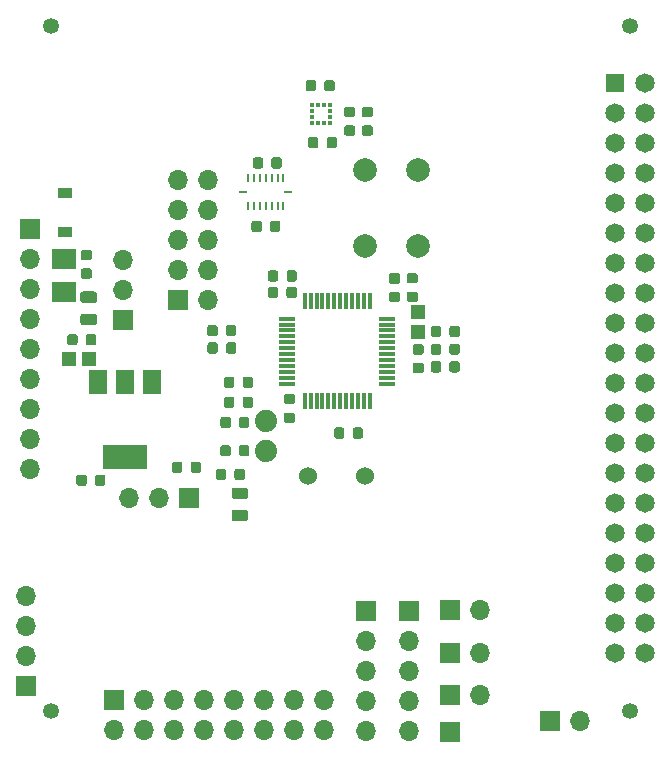
<source format=gbr>
%TF.GenerationSoftware,KiCad,Pcbnew,5.1.5+dfsg1-2build2*%
%TF.CreationDate,2021-10-16T11:12:39+01:00*%
%TF.ProjectId,bluePillG,626c7565-5069-46c6-9c47-2e6b69636164,rev?*%
%TF.SameCoordinates,Original*%
%TF.FileFunction,Soldermask,Top*%
%TF.FilePolarity,Negative*%
%FSLAX46Y46*%
G04 Gerber Fmt 4.6, Leading zero omitted, Abs format (unit mm)*
G04 Created by KiCad (PCBNEW 5.1.5+dfsg1-2build2) date 2021-10-16 11:12:39*
%MOMM*%
%LPD*%
G04 APERTURE LIST*
%ADD10R,1.200000X0.900000*%
%ADD11C,1.350000*%
%ADD12C,1.640000*%
%ADD13R,1.640000X1.640000*%
%ADD14R,1.475000X0.300000*%
%ADD15R,0.300000X1.475000*%
%ADD16C,0.100000*%
%ADD17O,1.700000X1.700000*%
%ADD18R,1.700000X1.700000*%
%ADD19R,0.675000X0.250000*%
%ADD20R,0.250000X0.675000*%
%ADD21R,0.300000X0.350000*%
%ADD22R,0.350000X0.300000*%
%ADD23C,1.524000*%
%ADD24C,1.879600*%
%ADD25R,1.500000X2.000000*%
%ADD26R,3.800000X2.000000*%
%ADD27C,2.000000*%
%ADD28R,1.201420X1.303020*%
%ADD29R,1.303020X1.201420*%
%ADD30R,2.001520X1.800860*%
G04 APERTURE END LIST*
D10*
%TO.C,D1*%
X27700874Y-61050001D03*
X27700874Y-64350001D03*
%TD*%
D11*
%TO.C,J4*%
X26520000Y-46920000D03*
X26520000Y-104920000D03*
X75520000Y-104920000D03*
X75520000Y-46920000D03*
D12*
X76790000Y-100050000D03*
X74250000Y-100050000D03*
X76790000Y-97510000D03*
X74250000Y-97510000D03*
X76790000Y-94970000D03*
X74250000Y-94970000D03*
X76790000Y-92430000D03*
X74250000Y-92430000D03*
X76790000Y-89890000D03*
X74250000Y-89890000D03*
X76790000Y-87350000D03*
X74250000Y-87350000D03*
X76790000Y-84810000D03*
X74250000Y-84810000D03*
X76790000Y-82270000D03*
X74250000Y-82270000D03*
X76790000Y-79730000D03*
X74250000Y-79730000D03*
X76790000Y-77190000D03*
X74250000Y-77190000D03*
X76790000Y-74650000D03*
X74250000Y-74650000D03*
X76790000Y-72110000D03*
X74250000Y-72110000D03*
X76790000Y-69570000D03*
X74250000Y-69570000D03*
X76790000Y-67030000D03*
X74250000Y-67030000D03*
X76790000Y-64490000D03*
X74250000Y-64490000D03*
X76790000Y-61950000D03*
X74250000Y-61950000D03*
X76790000Y-59410000D03*
X74250000Y-59410000D03*
X76790000Y-56870000D03*
X74250000Y-56870000D03*
X76790000Y-54330000D03*
X74250000Y-54330000D03*
X76790000Y-51790000D03*
D13*
X74250000Y-51790000D03*
%TD*%
D14*
%TO.C,IC1*%
X46512000Y-77212000D03*
X46512000Y-76712000D03*
X46512000Y-76212000D03*
X46512000Y-75712000D03*
X46512000Y-75212000D03*
X46512000Y-74712000D03*
X46512000Y-74212000D03*
X46512000Y-73712000D03*
X46512000Y-73212000D03*
X46512000Y-72712000D03*
X46512000Y-72212000D03*
X46512000Y-71712000D03*
D15*
X48000000Y-70224000D03*
X48500000Y-70224000D03*
X49000000Y-70224000D03*
X49500000Y-70224000D03*
X50000000Y-70224000D03*
X50500000Y-70224000D03*
X51000000Y-70224000D03*
X51500000Y-70224000D03*
X52000000Y-70224000D03*
X52500000Y-70224000D03*
X53000000Y-70224000D03*
X53500000Y-70224000D03*
D14*
X54988000Y-71712000D03*
X54988000Y-72212000D03*
X54988000Y-72712000D03*
X54988000Y-73212000D03*
X54988000Y-73712000D03*
X54988000Y-74212000D03*
X54988000Y-74712000D03*
X54988000Y-75212000D03*
X54988000Y-75712000D03*
X54988000Y-76212000D03*
X54988000Y-76712000D03*
X54988000Y-77212000D03*
D15*
X53500000Y-78700000D03*
X53000000Y-78700000D03*
X52500000Y-78700000D03*
X52000000Y-78700000D03*
X51500000Y-78700000D03*
X51000000Y-78700000D03*
X50500000Y-78700000D03*
X50000000Y-78700000D03*
X49500000Y-78700000D03*
X49000000Y-78700000D03*
X48500000Y-78700000D03*
X48000000Y-78700000D03*
%TD*%
D16*
%TO.C,R7*%
G36*
X42015191Y-73726053D02*
G01*
X42036426Y-73729203D01*
X42057250Y-73734419D01*
X42077462Y-73741651D01*
X42096868Y-73750830D01*
X42115281Y-73761866D01*
X42132524Y-73774654D01*
X42148430Y-73789070D01*
X42162846Y-73804976D01*
X42175634Y-73822219D01*
X42186670Y-73840632D01*
X42195849Y-73860038D01*
X42203081Y-73880250D01*
X42208297Y-73901074D01*
X42211447Y-73922309D01*
X42212500Y-73943750D01*
X42212500Y-74456250D01*
X42211447Y-74477691D01*
X42208297Y-74498926D01*
X42203081Y-74519750D01*
X42195849Y-74539962D01*
X42186670Y-74559368D01*
X42175634Y-74577781D01*
X42162846Y-74595024D01*
X42148430Y-74610930D01*
X42132524Y-74625346D01*
X42115281Y-74638134D01*
X42096868Y-74649170D01*
X42077462Y-74658349D01*
X42057250Y-74665581D01*
X42036426Y-74670797D01*
X42015191Y-74673947D01*
X41993750Y-74675000D01*
X41556250Y-74675000D01*
X41534809Y-74673947D01*
X41513574Y-74670797D01*
X41492750Y-74665581D01*
X41472538Y-74658349D01*
X41453132Y-74649170D01*
X41434719Y-74638134D01*
X41417476Y-74625346D01*
X41401570Y-74610930D01*
X41387154Y-74595024D01*
X41374366Y-74577781D01*
X41363330Y-74559368D01*
X41354151Y-74539962D01*
X41346919Y-74519750D01*
X41341703Y-74498926D01*
X41338553Y-74477691D01*
X41337500Y-74456250D01*
X41337500Y-73943750D01*
X41338553Y-73922309D01*
X41341703Y-73901074D01*
X41346919Y-73880250D01*
X41354151Y-73860038D01*
X41363330Y-73840632D01*
X41374366Y-73822219D01*
X41387154Y-73804976D01*
X41401570Y-73789070D01*
X41417476Y-73774654D01*
X41434719Y-73761866D01*
X41453132Y-73750830D01*
X41472538Y-73741651D01*
X41492750Y-73734419D01*
X41513574Y-73729203D01*
X41534809Y-73726053D01*
X41556250Y-73725000D01*
X41993750Y-73725000D01*
X42015191Y-73726053D01*
G37*
G36*
X40440191Y-73726053D02*
G01*
X40461426Y-73729203D01*
X40482250Y-73734419D01*
X40502462Y-73741651D01*
X40521868Y-73750830D01*
X40540281Y-73761866D01*
X40557524Y-73774654D01*
X40573430Y-73789070D01*
X40587846Y-73804976D01*
X40600634Y-73822219D01*
X40611670Y-73840632D01*
X40620849Y-73860038D01*
X40628081Y-73880250D01*
X40633297Y-73901074D01*
X40636447Y-73922309D01*
X40637500Y-73943750D01*
X40637500Y-74456250D01*
X40636447Y-74477691D01*
X40633297Y-74498926D01*
X40628081Y-74519750D01*
X40620849Y-74539962D01*
X40611670Y-74559368D01*
X40600634Y-74577781D01*
X40587846Y-74595024D01*
X40573430Y-74610930D01*
X40557524Y-74625346D01*
X40540281Y-74638134D01*
X40521868Y-74649170D01*
X40502462Y-74658349D01*
X40482250Y-74665581D01*
X40461426Y-74670797D01*
X40440191Y-74673947D01*
X40418750Y-74675000D01*
X39981250Y-74675000D01*
X39959809Y-74673947D01*
X39938574Y-74670797D01*
X39917750Y-74665581D01*
X39897538Y-74658349D01*
X39878132Y-74649170D01*
X39859719Y-74638134D01*
X39842476Y-74625346D01*
X39826570Y-74610930D01*
X39812154Y-74595024D01*
X39799366Y-74577781D01*
X39788330Y-74559368D01*
X39779151Y-74539962D01*
X39771919Y-74519750D01*
X39766703Y-74498926D01*
X39763553Y-74477691D01*
X39762500Y-74456250D01*
X39762500Y-73943750D01*
X39763553Y-73922309D01*
X39766703Y-73901074D01*
X39771919Y-73880250D01*
X39779151Y-73860038D01*
X39788330Y-73840632D01*
X39799366Y-73822219D01*
X39812154Y-73804976D01*
X39826570Y-73789070D01*
X39842476Y-73774654D01*
X39859719Y-73761866D01*
X39878132Y-73750830D01*
X39897538Y-73741651D01*
X39917750Y-73734419D01*
X39938574Y-73729203D01*
X39959809Y-73726053D01*
X39981250Y-73725000D01*
X40418750Y-73725000D01*
X40440191Y-73726053D01*
G37*
%TD*%
%TO.C,R6*%
G36*
X42002691Y-72251053D02*
G01*
X42023926Y-72254203D01*
X42044750Y-72259419D01*
X42064962Y-72266651D01*
X42084368Y-72275830D01*
X42102781Y-72286866D01*
X42120024Y-72299654D01*
X42135930Y-72314070D01*
X42150346Y-72329976D01*
X42163134Y-72347219D01*
X42174170Y-72365632D01*
X42183349Y-72385038D01*
X42190581Y-72405250D01*
X42195797Y-72426074D01*
X42198947Y-72447309D01*
X42200000Y-72468750D01*
X42200000Y-72981250D01*
X42198947Y-73002691D01*
X42195797Y-73023926D01*
X42190581Y-73044750D01*
X42183349Y-73064962D01*
X42174170Y-73084368D01*
X42163134Y-73102781D01*
X42150346Y-73120024D01*
X42135930Y-73135930D01*
X42120024Y-73150346D01*
X42102781Y-73163134D01*
X42084368Y-73174170D01*
X42064962Y-73183349D01*
X42044750Y-73190581D01*
X42023926Y-73195797D01*
X42002691Y-73198947D01*
X41981250Y-73200000D01*
X41543750Y-73200000D01*
X41522309Y-73198947D01*
X41501074Y-73195797D01*
X41480250Y-73190581D01*
X41460038Y-73183349D01*
X41440632Y-73174170D01*
X41422219Y-73163134D01*
X41404976Y-73150346D01*
X41389070Y-73135930D01*
X41374654Y-73120024D01*
X41361866Y-73102781D01*
X41350830Y-73084368D01*
X41341651Y-73064962D01*
X41334419Y-73044750D01*
X41329203Y-73023926D01*
X41326053Y-73002691D01*
X41325000Y-72981250D01*
X41325000Y-72468750D01*
X41326053Y-72447309D01*
X41329203Y-72426074D01*
X41334419Y-72405250D01*
X41341651Y-72385038D01*
X41350830Y-72365632D01*
X41361866Y-72347219D01*
X41374654Y-72329976D01*
X41389070Y-72314070D01*
X41404976Y-72299654D01*
X41422219Y-72286866D01*
X41440632Y-72275830D01*
X41460038Y-72266651D01*
X41480250Y-72259419D01*
X41501074Y-72254203D01*
X41522309Y-72251053D01*
X41543750Y-72250000D01*
X41981250Y-72250000D01*
X42002691Y-72251053D01*
G37*
G36*
X40427691Y-72251053D02*
G01*
X40448926Y-72254203D01*
X40469750Y-72259419D01*
X40489962Y-72266651D01*
X40509368Y-72275830D01*
X40527781Y-72286866D01*
X40545024Y-72299654D01*
X40560930Y-72314070D01*
X40575346Y-72329976D01*
X40588134Y-72347219D01*
X40599170Y-72365632D01*
X40608349Y-72385038D01*
X40615581Y-72405250D01*
X40620797Y-72426074D01*
X40623947Y-72447309D01*
X40625000Y-72468750D01*
X40625000Y-72981250D01*
X40623947Y-73002691D01*
X40620797Y-73023926D01*
X40615581Y-73044750D01*
X40608349Y-73064962D01*
X40599170Y-73084368D01*
X40588134Y-73102781D01*
X40575346Y-73120024D01*
X40560930Y-73135930D01*
X40545024Y-73150346D01*
X40527781Y-73163134D01*
X40509368Y-73174170D01*
X40489962Y-73183349D01*
X40469750Y-73190581D01*
X40448926Y-73195797D01*
X40427691Y-73198947D01*
X40406250Y-73200000D01*
X39968750Y-73200000D01*
X39947309Y-73198947D01*
X39926074Y-73195797D01*
X39905250Y-73190581D01*
X39885038Y-73183349D01*
X39865632Y-73174170D01*
X39847219Y-73163134D01*
X39829976Y-73150346D01*
X39814070Y-73135930D01*
X39799654Y-73120024D01*
X39786866Y-73102781D01*
X39775830Y-73084368D01*
X39766651Y-73064962D01*
X39759419Y-73044750D01*
X39754203Y-73023926D01*
X39751053Y-73002691D01*
X39750000Y-72981250D01*
X39750000Y-72468750D01*
X39751053Y-72447309D01*
X39754203Y-72426074D01*
X39759419Y-72405250D01*
X39766651Y-72385038D01*
X39775830Y-72365632D01*
X39786866Y-72347219D01*
X39799654Y-72329976D01*
X39814070Y-72314070D01*
X39829976Y-72299654D01*
X39847219Y-72286866D01*
X39865632Y-72275830D01*
X39885038Y-72266651D01*
X39905250Y-72259419D01*
X39926074Y-72254203D01*
X39947309Y-72251053D01*
X39968750Y-72250000D01*
X40406250Y-72250000D01*
X40427691Y-72251053D01*
G37*
%TD*%
D17*
%TO.C,J15*%
X24700874Y-84420001D03*
X24700874Y-81880001D03*
X24700874Y-79340001D03*
X24700874Y-76800001D03*
X24700874Y-74260001D03*
X24700874Y-71720001D03*
X24700874Y-69180001D03*
X24700874Y-66640001D03*
D18*
X24700874Y-64100001D03*
%TD*%
D17*
%TO.C,J14*%
X53200000Y-106660000D03*
X53200000Y-104120000D03*
X53200000Y-101580000D03*
X53200000Y-99040000D03*
D18*
X53200000Y-96500000D03*
%TD*%
D17*
%TO.C,J13*%
X56800000Y-106660000D03*
X56800000Y-104120000D03*
X56800000Y-101580000D03*
X56800000Y-99040000D03*
D18*
X56800000Y-96500000D03*
%TD*%
D17*
%TO.C,J12*%
X49620000Y-106540000D03*
X49620000Y-104000000D03*
X47080000Y-106540000D03*
X47080000Y-104000000D03*
X44540000Y-106540000D03*
X44540000Y-104000000D03*
X42000000Y-106540000D03*
X42000000Y-104000000D03*
X39460000Y-106540000D03*
X39460000Y-104000000D03*
X36920000Y-106540000D03*
X36920000Y-104000000D03*
X34380000Y-106540000D03*
X34380000Y-104000000D03*
X31840000Y-106540000D03*
D18*
X31840000Y-104000000D03*
%TD*%
%TO.C,J11*%
X60300000Y-106700000D03*
%TD*%
D17*
%TO.C,J10*%
X62840000Y-103600000D03*
D18*
X60300000Y-103600000D03*
%TD*%
D17*
%TO.C,J9*%
X62840000Y-100000000D03*
D18*
X60300000Y-100000000D03*
%TD*%
D17*
%TO.C,J8*%
X62840000Y-96400000D03*
D18*
X60300000Y-96400000D03*
%TD*%
D17*
%TO.C,J7*%
X24400000Y-95180000D03*
X24400000Y-97720000D03*
X24400000Y-100260000D03*
D18*
X24400000Y-102800000D03*
%TD*%
D17*
%TO.C,J6*%
X71340000Y-105800000D03*
D18*
X68800000Y-105800000D03*
%TD*%
D19*
%TO.C,IC3*%
X42785000Y-61000000D03*
D20*
X43200000Y-62165000D03*
X43700000Y-62165000D03*
X44200000Y-62165000D03*
X44700000Y-62165000D03*
X45200000Y-62165000D03*
X45700000Y-62165000D03*
X46200000Y-62165000D03*
D19*
X46615000Y-61000000D03*
D20*
X46200000Y-59835000D03*
X45700000Y-59835000D03*
X45200000Y-59835000D03*
X44700000Y-59835000D03*
X44200000Y-59835000D03*
X43700000Y-59835000D03*
X43200000Y-59835000D03*
%TD*%
D21*
%TO.C,IC2*%
X49150000Y-53650000D03*
X49650000Y-53650000D03*
D22*
X50150000Y-53650000D03*
X50150000Y-54150000D03*
X50150000Y-54650000D03*
X50150000Y-55150000D03*
D21*
X49650000Y-55150000D03*
X49150000Y-55150000D03*
D22*
X48650000Y-55150000D03*
X48650000Y-54650000D03*
X48650000Y-54150000D03*
X48650000Y-53650000D03*
%TD*%
D16*
%TO.C,C25*%
G36*
X53577691Y-55351053D02*
G01*
X53598926Y-55354203D01*
X53619750Y-55359419D01*
X53639962Y-55366651D01*
X53659368Y-55375830D01*
X53677781Y-55386866D01*
X53695024Y-55399654D01*
X53710930Y-55414070D01*
X53725346Y-55429976D01*
X53738134Y-55447219D01*
X53749170Y-55465632D01*
X53758349Y-55485038D01*
X53765581Y-55505250D01*
X53770797Y-55526074D01*
X53773947Y-55547309D01*
X53775000Y-55568750D01*
X53775000Y-56006250D01*
X53773947Y-56027691D01*
X53770797Y-56048926D01*
X53765581Y-56069750D01*
X53758349Y-56089962D01*
X53749170Y-56109368D01*
X53738134Y-56127781D01*
X53725346Y-56145024D01*
X53710930Y-56160930D01*
X53695024Y-56175346D01*
X53677781Y-56188134D01*
X53659368Y-56199170D01*
X53639962Y-56208349D01*
X53619750Y-56215581D01*
X53598926Y-56220797D01*
X53577691Y-56223947D01*
X53556250Y-56225000D01*
X53043750Y-56225000D01*
X53022309Y-56223947D01*
X53001074Y-56220797D01*
X52980250Y-56215581D01*
X52960038Y-56208349D01*
X52940632Y-56199170D01*
X52922219Y-56188134D01*
X52904976Y-56175346D01*
X52889070Y-56160930D01*
X52874654Y-56145024D01*
X52861866Y-56127781D01*
X52850830Y-56109368D01*
X52841651Y-56089962D01*
X52834419Y-56069750D01*
X52829203Y-56048926D01*
X52826053Y-56027691D01*
X52825000Y-56006250D01*
X52825000Y-55568750D01*
X52826053Y-55547309D01*
X52829203Y-55526074D01*
X52834419Y-55505250D01*
X52841651Y-55485038D01*
X52850830Y-55465632D01*
X52861866Y-55447219D01*
X52874654Y-55429976D01*
X52889070Y-55414070D01*
X52904976Y-55399654D01*
X52922219Y-55386866D01*
X52940632Y-55375830D01*
X52960038Y-55366651D01*
X52980250Y-55359419D01*
X53001074Y-55354203D01*
X53022309Y-55351053D01*
X53043750Y-55350000D01*
X53556250Y-55350000D01*
X53577691Y-55351053D01*
G37*
G36*
X53577691Y-53776053D02*
G01*
X53598926Y-53779203D01*
X53619750Y-53784419D01*
X53639962Y-53791651D01*
X53659368Y-53800830D01*
X53677781Y-53811866D01*
X53695024Y-53824654D01*
X53710930Y-53839070D01*
X53725346Y-53854976D01*
X53738134Y-53872219D01*
X53749170Y-53890632D01*
X53758349Y-53910038D01*
X53765581Y-53930250D01*
X53770797Y-53951074D01*
X53773947Y-53972309D01*
X53775000Y-53993750D01*
X53775000Y-54431250D01*
X53773947Y-54452691D01*
X53770797Y-54473926D01*
X53765581Y-54494750D01*
X53758349Y-54514962D01*
X53749170Y-54534368D01*
X53738134Y-54552781D01*
X53725346Y-54570024D01*
X53710930Y-54585930D01*
X53695024Y-54600346D01*
X53677781Y-54613134D01*
X53659368Y-54624170D01*
X53639962Y-54633349D01*
X53619750Y-54640581D01*
X53598926Y-54645797D01*
X53577691Y-54648947D01*
X53556250Y-54650000D01*
X53043750Y-54650000D01*
X53022309Y-54648947D01*
X53001074Y-54645797D01*
X52980250Y-54640581D01*
X52960038Y-54633349D01*
X52940632Y-54624170D01*
X52922219Y-54613134D01*
X52904976Y-54600346D01*
X52889070Y-54585930D01*
X52874654Y-54570024D01*
X52861866Y-54552781D01*
X52850830Y-54534368D01*
X52841651Y-54514962D01*
X52834419Y-54494750D01*
X52829203Y-54473926D01*
X52826053Y-54452691D01*
X52825000Y-54431250D01*
X52825000Y-53993750D01*
X52826053Y-53972309D01*
X52829203Y-53951074D01*
X52834419Y-53930250D01*
X52841651Y-53910038D01*
X52850830Y-53890632D01*
X52861866Y-53872219D01*
X52874654Y-53854976D01*
X52889070Y-53839070D01*
X52904976Y-53824654D01*
X52922219Y-53811866D01*
X52940632Y-53800830D01*
X52960038Y-53791651D01*
X52980250Y-53784419D01*
X53001074Y-53779203D01*
X53022309Y-53776053D01*
X53043750Y-53775000D01*
X53556250Y-53775000D01*
X53577691Y-53776053D01*
G37*
%TD*%
%TO.C,C24*%
G36*
X52077691Y-55351053D02*
G01*
X52098926Y-55354203D01*
X52119750Y-55359419D01*
X52139962Y-55366651D01*
X52159368Y-55375830D01*
X52177781Y-55386866D01*
X52195024Y-55399654D01*
X52210930Y-55414070D01*
X52225346Y-55429976D01*
X52238134Y-55447219D01*
X52249170Y-55465632D01*
X52258349Y-55485038D01*
X52265581Y-55505250D01*
X52270797Y-55526074D01*
X52273947Y-55547309D01*
X52275000Y-55568750D01*
X52275000Y-56006250D01*
X52273947Y-56027691D01*
X52270797Y-56048926D01*
X52265581Y-56069750D01*
X52258349Y-56089962D01*
X52249170Y-56109368D01*
X52238134Y-56127781D01*
X52225346Y-56145024D01*
X52210930Y-56160930D01*
X52195024Y-56175346D01*
X52177781Y-56188134D01*
X52159368Y-56199170D01*
X52139962Y-56208349D01*
X52119750Y-56215581D01*
X52098926Y-56220797D01*
X52077691Y-56223947D01*
X52056250Y-56225000D01*
X51543750Y-56225000D01*
X51522309Y-56223947D01*
X51501074Y-56220797D01*
X51480250Y-56215581D01*
X51460038Y-56208349D01*
X51440632Y-56199170D01*
X51422219Y-56188134D01*
X51404976Y-56175346D01*
X51389070Y-56160930D01*
X51374654Y-56145024D01*
X51361866Y-56127781D01*
X51350830Y-56109368D01*
X51341651Y-56089962D01*
X51334419Y-56069750D01*
X51329203Y-56048926D01*
X51326053Y-56027691D01*
X51325000Y-56006250D01*
X51325000Y-55568750D01*
X51326053Y-55547309D01*
X51329203Y-55526074D01*
X51334419Y-55505250D01*
X51341651Y-55485038D01*
X51350830Y-55465632D01*
X51361866Y-55447219D01*
X51374654Y-55429976D01*
X51389070Y-55414070D01*
X51404976Y-55399654D01*
X51422219Y-55386866D01*
X51440632Y-55375830D01*
X51460038Y-55366651D01*
X51480250Y-55359419D01*
X51501074Y-55354203D01*
X51522309Y-55351053D01*
X51543750Y-55350000D01*
X52056250Y-55350000D01*
X52077691Y-55351053D01*
G37*
G36*
X52077691Y-53776053D02*
G01*
X52098926Y-53779203D01*
X52119750Y-53784419D01*
X52139962Y-53791651D01*
X52159368Y-53800830D01*
X52177781Y-53811866D01*
X52195024Y-53824654D01*
X52210930Y-53839070D01*
X52225346Y-53854976D01*
X52238134Y-53872219D01*
X52249170Y-53890632D01*
X52258349Y-53910038D01*
X52265581Y-53930250D01*
X52270797Y-53951074D01*
X52273947Y-53972309D01*
X52275000Y-53993750D01*
X52275000Y-54431250D01*
X52273947Y-54452691D01*
X52270797Y-54473926D01*
X52265581Y-54494750D01*
X52258349Y-54514962D01*
X52249170Y-54534368D01*
X52238134Y-54552781D01*
X52225346Y-54570024D01*
X52210930Y-54585930D01*
X52195024Y-54600346D01*
X52177781Y-54613134D01*
X52159368Y-54624170D01*
X52139962Y-54633349D01*
X52119750Y-54640581D01*
X52098926Y-54645797D01*
X52077691Y-54648947D01*
X52056250Y-54650000D01*
X51543750Y-54650000D01*
X51522309Y-54648947D01*
X51501074Y-54645797D01*
X51480250Y-54640581D01*
X51460038Y-54633349D01*
X51440632Y-54624170D01*
X51422219Y-54613134D01*
X51404976Y-54600346D01*
X51389070Y-54585930D01*
X51374654Y-54570024D01*
X51361866Y-54552781D01*
X51350830Y-54534368D01*
X51341651Y-54514962D01*
X51334419Y-54494750D01*
X51329203Y-54473926D01*
X51326053Y-54452691D01*
X51325000Y-54431250D01*
X51325000Y-53993750D01*
X51326053Y-53972309D01*
X51329203Y-53951074D01*
X51334419Y-53930250D01*
X51341651Y-53910038D01*
X51350830Y-53890632D01*
X51361866Y-53872219D01*
X51374654Y-53854976D01*
X51389070Y-53839070D01*
X51404976Y-53824654D01*
X51422219Y-53811866D01*
X51440632Y-53800830D01*
X51460038Y-53791651D01*
X51480250Y-53784419D01*
X51501074Y-53779203D01*
X51522309Y-53776053D01*
X51543750Y-53775000D01*
X52056250Y-53775000D01*
X52077691Y-53776053D01*
G37*
%TD*%
%TO.C,C23*%
G36*
X48752691Y-51526053D02*
G01*
X48773926Y-51529203D01*
X48794750Y-51534419D01*
X48814962Y-51541651D01*
X48834368Y-51550830D01*
X48852781Y-51561866D01*
X48870024Y-51574654D01*
X48885930Y-51589070D01*
X48900346Y-51604976D01*
X48913134Y-51622219D01*
X48924170Y-51640632D01*
X48933349Y-51660038D01*
X48940581Y-51680250D01*
X48945797Y-51701074D01*
X48948947Y-51722309D01*
X48950000Y-51743750D01*
X48950000Y-52256250D01*
X48948947Y-52277691D01*
X48945797Y-52298926D01*
X48940581Y-52319750D01*
X48933349Y-52339962D01*
X48924170Y-52359368D01*
X48913134Y-52377781D01*
X48900346Y-52395024D01*
X48885930Y-52410930D01*
X48870024Y-52425346D01*
X48852781Y-52438134D01*
X48834368Y-52449170D01*
X48814962Y-52458349D01*
X48794750Y-52465581D01*
X48773926Y-52470797D01*
X48752691Y-52473947D01*
X48731250Y-52475000D01*
X48293750Y-52475000D01*
X48272309Y-52473947D01*
X48251074Y-52470797D01*
X48230250Y-52465581D01*
X48210038Y-52458349D01*
X48190632Y-52449170D01*
X48172219Y-52438134D01*
X48154976Y-52425346D01*
X48139070Y-52410930D01*
X48124654Y-52395024D01*
X48111866Y-52377781D01*
X48100830Y-52359368D01*
X48091651Y-52339962D01*
X48084419Y-52319750D01*
X48079203Y-52298926D01*
X48076053Y-52277691D01*
X48075000Y-52256250D01*
X48075000Y-51743750D01*
X48076053Y-51722309D01*
X48079203Y-51701074D01*
X48084419Y-51680250D01*
X48091651Y-51660038D01*
X48100830Y-51640632D01*
X48111866Y-51622219D01*
X48124654Y-51604976D01*
X48139070Y-51589070D01*
X48154976Y-51574654D01*
X48172219Y-51561866D01*
X48190632Y-51550830D01*
X48210038Y-51541651D01*
X48230250Y-51534419D01*
X48251074Y-51529203D01*
X48272309Y-51526053D01*
X48293750Y-51525000D01*
X48731250Y-51525000D01*
X48752691Y-51526053D01*
G37*
G36*
X50327691Y-51526053D02*
G01*
X50348926Y-51529203D01*
X50369750Y-51534419D01*
X50389962Y-51541651D01*
X50409368Y-51550830D01*
X50427781Y-51561866D01*
X50445024Y-51574654D01*
X50460930Y-51589070D01*
X50475346Y-51604976D01*
X50488134Y-51622219D01*
X50499170Y-51640632D01*
X50508349Y-51660038D01*
X50515581Y-51680250D01*
X50520797Y-51701074D01*
X50523947Y-51722309D01*
X50525000Y-51743750D01*
X50525000Y-52256250D01*
X50523947Y-52277691D01*
X50520797Y-52298926D01*
X50515581Y-52319750D01*
X50508349Y-52339962D01*
X50499170Y-52359368D01*
X50488134Y-52377781D01*
X50475346Y-52395024D01*
X50460930Y-52410930D01*
X50445024Y-52425346D01*
X50427781Y-52438134D01*
X50409368Y-52449170D01*
X50389962Y-52458349D01*
X50369750Y-52465581D01*
X50348926Y-52470797D01*
X50327691Y-52473947D01*
X50306250Y-52475000D01*
X49868750Y-52475000D01*
X49847309Y-52473947D01*
X49826074Y-52470797D01*
X49805250Y-52465581D01*
X49785038Y-52458349D01*
X49765632Y-52449170D01*
X49747219Y-52438134D01*
X49729976Y-52425346D01*
X49714070Y-52410930D01*
X49699654Y-52395024D01*
X49686866Y-52377781D01*
X49675830Y-52359368D01*
X49666651Y-52339962D01*
X49659419Y-52319750D01*
X49654203Y-52298926D01*
X49651053Y-52277691D01*
X49650000Y-52256250D01*
X49650000Y-51743750D01*
X49651053Y-51722309D01*
X49654203Y-51701074D01*
X49659419Y-51680250D01*
X49666651Y-51660038D01*
X49675830Y-51640632D01*
X49686866Y-51622219D01*
X49699654Y-51604976D01*
X49714070Y-51589070D01*
X49729976Y-51574654D01*
X49747219Y-51561866D01*
X49765632Y-51550830D01*
X49785038Y-51541651D01*
X49805250Y-51534419D01*
X49826074Y-51529203D01*
X49847309Y-51526053D01*
X49868750Y-51525000D01*
X50306250Y-51525000D01*
X50327691Y-51526053D01*
G37*
%TD*%
%TO.C,C22*%
G36*
X44165191Y-63426053D02*
G01*
X44186426Y-63429203D01*
X44207250Y-63434419D01*
X44227462Y-63441651D01*
X44246868Y-63450830D01*
X44265281Y-63461866D01*
X44282524Y-63474654D01*
X44298430Y-63489070D01*
X44312846Y-63504976D01*
X44325634Y-63522219D01*
X44336670Y-63540632D01*
X44345849Y-63560038D01*
X44353081Y-63580250D01*
X44358297Y-63601074D01*
X44361447Y-63622309D01*
X44362500Y-63643750D01*
X44362500Y-64156250D01*
X44361447Y-64177691D01*
X44358297Y-64198926D01*
X44353081Y-64219750D01*
X44345849Y-64239962D01*
X44336670Y-64259368D01*
X44325634Y-64277781D01*
X44312846Y-64295024D01*
X44298430Y-64310930D01*
X44282524Y-64325346D01*
X44265281Y-64338134D01*
X44246868Y-64349170D01*
X44227462Y-64358349D01*
X44207250Y-64365581D01*
X44186426Y-64370797D01*
X44165191Y-64373947D01*
X44143750Y-64375000D01*
X43706250Y-64375000D01*
X43684809Y-64373947D01*
X43663574Y-64370797D01*
X43642750Y-64365581D01*
X43622538Y-64358349D01*
X43603132Y-64349170D01*
X43584719Y-64338134D01*
X43567476Y-64325346D01*
X43551570Y-64310930D01*
X43537154Y-64295024D01*
X43524366Y-64277781D01*
X43513330Y-64259368D01*
X43504151Y-64239962D01*
X43496919Y-64219750D01*
X43491703Y-64198926D01*
X43488553Y-64177691D01*
X43487500Y-64156250D01*
X43487500Y-63643750D01*
X43488553Y-63622309D01*
X43491703Y-63601074D01*
X43496919Y-63580250D01*
X43504151Y-63560038D01*
X43513330Y-63540632D01*
X43524366Y-63522219D01*
X43537154Y-63504976D01*
X43551570Y-63489070D01*
X43567476Y-63474654D01*
X43584719Y-63461866D01*
X43603132Y-63450830D01*
X43622538Y-63441651D01*
X43642750Y-63434419D01*
X43663574Y-63429203D01*
X43684809Y-63426053D01*
X43706250Y-63425000D01*
X44143750Y-63425000D01*
X44165191Y-63426053D01*
G37*
G36*
X45740191Y-63426053D02*
G01*
X45761426Y-63429203D01*
X45782250Y-63434419D01*
X45802462Y-63441651D01*
X45821868Y-63450830D01*
X45840281Y-63461866D01*
X45857524Y-63474654D01*
X45873430Y-63489070D01*
X45887846Y-63504976D01*
X45900634Y-63522219D01*
X45911670Y-63540632D01*
X45920849Y-63560038D01*
X45928081Y-63580250D01*
X45933297Y-63601074D01*
X45936447Y-63622309D01*
X45937500Y-63643750D01*
X45937500Y-64156250D01*
X45936447Y-64177691D01*
X45933297Y-64198926D01*
X45928081Y-64219750D01*
X45920849Y-64239962D01*
X45911670Y-64259368D01*
X45900634Y-64277781D01*
X45887846Y-64295024D01*
X45873430Y-64310930D01*
X45857524Y-64325346D01*
X45840281Y-64338134D01*
X45821868Y-64349170D01*
X45802462Y-64358349D01*
X45782250Y-64365581D01*
X45761426Y-64370797D01*
X45740191Y-64373947D01*
X45718750Y-64375000D01*
X45281250Y-64375000D01*
X45259809Y-64373947D01*
X45238574Y-64370797D01*
X45217750Y-64365581D01*
X45197538Y-64358349D01*
X45178132Y-64349170D01*
X45159719Y-64338134D01*
X45142476Y-64325346D01*
X45126570Y-64310930D01*
X45112154Y-64295024D01*
X45099366Y-64277781D01*
X45088330Y-64259368D01*
X45079151Y-64239962D01*
X45071919Y-64219750D01*
X45066703Y-64198926D01*
X45063553Y-64177691D01*
X45062500Y-64156250D01*
X45062500Y-63643750D01*
X45063553Y-63622309D01*
X45066703Y-63601074D01*
X45071919Y-63580250D01*
X45079151Y-63560038D01*
X45088330Y-63540632D01*
X45099366Y-63522219D01*
X45112154Y-63504976D01*
X45126570Y-63489070D01*
X45142476Y-63474654D01*
X45159719Y-63461866D01*
X45178132Y-63450830D01*
X45197538Y-63441651D01*
X45217750Y-63434419D01*
X45238574Y-63429203D01*
X45259809Y-63426053D01*
X45281250Y-63425000D01*
X45718750Y-63425000D01*
X45740191Y-63426053D01*
G37*
%TD*%
%TO.C,C21*%
G36*
X45847691Y-58056053D02*
G01*
X45868926Y-58059203D01*
X45889750Y-58064419D01*
X45909962Y-58071651D01*
X45929368Y-58080830D01*
X45947781Y-58091866D01*
X45965024Y-58104654D01*
X45980930Y-58119070D01*
X45995346Y-58134976D01*
X46008134Y-58152219D01*
X46019170Y-58170632D01*
X46028349Y-58190038D01*
X46035581Y-58210250D01*
X46040797Y-58231074D01*
X46043947Y-58252309D01*
X46045000Y-58273750D01*
X46045000Y-58786250D01*
X46043947Y-58807691D01*
X46040797Y-58828926D01*
X46035581Y-58849750D01*
X46028349Y-58869962D01*
X46019170Y-58889368D01*
X46008134Y-58907781D01*
X45995346Y-58925024D01*
X45980930Y-58940930D01*
X45965024Y-58955346D01*
X45947781Y-58968134D01*
X45929368Y-58979170D01*
X45909962Y-58988349D01*
X45889750Y-58995581D01*
X45868926Y-59000797D01*
X45847691Y-59003947D01*
X45826250Y-59005000D01*
X45388750Y-59005000D01*
X45367309Y-59003947D01*
X45346074Y-59000797D01*
X45325250Y-58995581D01*
X45305038Y-58988349D01*
X45285632Y-58979170D01*
X45267219Y-58968134D01*
X45249976Y-58955346D01*
X45234070Y-58940930D01*
X45219654Y-58925024D01*
X45206866Y-58907781D01*
X45195830Y-58889368D01*
X45186651Y-58869962D01*
X45179419Y-58849750D01*
X45174203Y-58828926D01*
X45171053Y-58807691D01*
X45170000Y-58786250D01*
X45170000Y-58273750D01*
X45171053Y-58252309D01*
X45174203Y-58231074D01*
X45179419Y-58210250D01*
X45186651Y-58190038D01*
X45195830Y-58170632D01*
X45206866Y-58152219D01*
X45219654Y-58134976D01*
X45234070Y-58119070D01*
X45249976Y-58104654D01*
X45267219Y-58091866D01*
X45285632Y-58080830D01*
X45305038Y-58071651D01*
X45325250Y-58064419D01*
X45346074Y-58059203D01*
X45367309Y-58056053D01*
X45388750Y-58055000D01*
X45826250Y-58055000D01*
X45847691Y-58056053D01*
G37*
G36*
X44272691Y-58056053D02*
G01*
X44293926Y-58059203D01*
X44314750Y-58064419D01*
X44334962Y-58071651D01*
X44354368Y-58080830D01*
X44372781Y-58091866D01*
X44390024Y-58104654D01*
X44405930Y-58119070D01*
X44420346Y-58134976D01*
X44433134Y-58152219D01*
X44444170Y-58170632D01*
X44453349Y-58190038D01*
X44460581Y-58210250D01*
X44465797Y-58231074D01*
X44468947Y-58252309D01*
X44470000Y-58273750D01*
X44470000Y-58786250D01*
X44468947Y-58807691D01*
X44465797Y-58828926D01*
X44460581Y-58849750D01*
X44453349Y-58869962D01*
X44444170Y-58889368D01*
X44433134Y-58907781D01*
X44420346Y-58925024D01*
X44405930Y-58940930D01*
X44390024Y-58955346D01*
X44372781Y-58968134D01*
X44354368Y-58979170D01*
X44334962Y-58988349D01*
X44314750Y-58995581D01*
X44293926Y-59000797D01*
X44272691Y-59003947D01*
X44251250Y-59005000D01*
X43813750Y-59005000D01*
X43792309Y-59003947D01*
X43771074Y-59000797D01*
X43750250Y-58995581D01*
X43730038Y-58988349D01*
X43710632Y-58979170D01*
X43692219Y-58968134D01*
X43674976Y-58955346D01*
X43659070Y-58940930D01*
X43644654Y-58925024D01*
X43631866Y-58907781D01*
X43620830Y-58889368D01*
X43611651Y-58869962D01*
X43604419Y-58849750D01*
X43599203Y-58828926D01*
X43596053Y-58807691D01*
X43595000Y-58786250D01*
X43595000Y-58273750D01*
X43596053Y-58252309D01*
X43599203Y-58231074D01*
X43604419Y-58210250D01*
X43611651Y-58190038D01*
X43620830Y-58170632D01*
X43631866Y-58152219D01*
X43644654Y-58134976D01*
X43659070Y-58119070D01*
X43674976Y-58104654D01*
X43692219Y-58091866D01*
X43710632Y-58080830D01*
X43730038Y-58071651D01*
X43750250Y-58064419D01*
X43771074Y-58059203D01*
X43792309Y-58056053D01*
X43813750Y-58055000D01*
X44251250Y-58055000D01*
X44272691Y-58056053D01*
G37*
%TD*%
%TO.C,C20*%
G36*
X50527691Y-56326053D02*
G01*
X50548926Y-56329203D01*
X50569750Y-56334419D01*
X50589962Y-56341651D01*
X50609368Y-56350830D01*
X50627781Y-56361866D01*
X50645024Y-56374654D01*
X50660930Y-56389070D01*
X50675346Y-56404976D01*
X50688134Y-56422219D01*
X50699170Y-56440632D01*
X50708349Y-56460038D01*
X50715581Y-56480250D01*
X50720797Y-56501074D01*
X50723947Y-56522309D01*
X50725000Y-56543750D01*
X50725000Y-57056250D01*
X50723947Y-57077691D01*
X50720797Y-57098926D01*
X50715581Y-57119750D01*
X50708349Y-57139962D01*
X50699170Y-57159368D01*
X50688134Y-57177781D01*
X50675346Y-57195024D01*
X50660930Y-57210930D01*
X50645024Y-57225346D01*
X50627781Y-57238134D01*
X50609368Y-57249170D01*
X50589962Y-57258349D01*
X50569750Y-57265581D01*
X50548926Y-57270797D01*
X50527691Y-57273947D01*
X50506250Y-57275000D01*
X50068750Y-57275000D01*
X50047309Y-57273947D01*
X50026074Y-57270797D01*
X50005250Y-57265581D01*
X49985038Y-57258349D01*
X49965632Y-57249170D01*
X49947219Y-57238134D01*
X49929976Y-57225346D01*
X49914070Y-57210930D01*
X49899654Y-57195024D01*
X49886866Y-57177781D01*
X49875830Y-57159368D01*
X49866651Y-57139962D01*
X49859419Y-57119750D01*
X49854203Y-57098926D01*
X49851053Y-57077691D01*
X49850000Y-57056250D01*
X49850000Y-56543750D01*
X49851053Y-56522309D01*
X49854203Y-56501074D01*
X49859419Y-56480250D01*
X49866651Y-56460038D01*
X49875830Y-56440632D01*
X49886866Y-56422219D01*
X49899654Y-56404976D01*
X49914070Y-56389070D01*
X49929976Y-56374654D01*
X49947219Y-56361866D01*
X49965632Y-56350830D01*
X49985038Y-56341651D01*
X50005250Y-56334419D01*
X50026074Y-56329203D01*
X50047309Y-56326053D01*
X50068750Y-56325000D01*
X50506250Y-56325000D01*
X50527691Y-56326053D01*
G37*
G36*
X48952691Y-56326053D02*
G01*
X48973926Y-56329203D01*
X48994750Y-56334419D01*
X49014962Y-56341651D01*
X49034368Y-56350830D01*
X49052781Y-56361866D01*
X49070024Y-56374654D01*
X49085930Y-56389070D01*
X49100346Y-56404976D01*
X49113134Y-56422219D01*
X49124170Y-56440632D01*
X49133349Y-56460038D01*
X49140581Y-56480250D01*
X49145797Y-56501074D01*
X49148947Y-56522309D01*
X49150000Y-56543750D01*
X49150000Y-57056250D01*
X49148947Y-57077691D01*
X49145797Y-57098926D01*
X49140581Y-57119750D01*
X49133349Y-57139962D01*
X49124170Y-57159368D01*
X49113134Y-57177781D01*
X49100346Y-57195024D01*
X49085930Y-57210930D01*
X49070024Y-57225346D01*
X49052781Y-57238134D01*
X49034368Y-57249170D01*
X49014962Y-57258349D01*
X48994750Y-57265581D01*
X48973926Y-57270797D01*
X48952691Y-57273947D01*
X48931250Y-57275000D01*
X48493750Y-57275000D01*
X48472309Y-57273947D01*
X48451074Y-57270797D01*
X48430250Y-57265581D01*
X48410038Y-57258349D01*
X48390632Y-57249170D01*
X48372219Y-57238134D01*
X48354976Y-57225346D01*
X48339070Y-57210930D01*
X48324654Y-57195024D01*
X48311866Y-57177781D01*
X48300830Y-57159368D01*
X48291651Y-57139962D01*
X48284419Y-57119750D01*
X48279203Y-57098926D01*
X48276053Y-57077691D01*
X48275000Y-57056250D01*
X48275000Y-56543750D01*
X48276053Y-56522309D01*
X48279203Y-56501074D01*
X48284419Y-56480250D01*
X48291651Y-56460038D01*
X48300830Y-56440632D01*
X48311866Y-56422219D01*
X48324654Y-56404976D01*
X48339070Y-56389070D01*
X48354976Y-56374654D01*
X48372219Y-56361866D01*
X48390632Y-56350830D01*
X48410038Y-56341651D01*
X48430250Y-56334419D01*
X48451074Y-56329203D01*
X48472309Y-56326053D01*
X48493750Y-56325000D01*
X48931250Y-56325000D01*
X48952691Y-56326053D01*
G37*
%TD*%
%TO.C,C2*%
G36*
X57878565Y-75463553D02*
G01*
X57899800Y-75466703D01*
X57920624Y-75471919D01*
X57940836Y-75479151D01*
X57960242Y-75488330D01*
X57978655Y-75499366D01*
X57995898Y-75512154D01*
X58011804Y-75526570D01*
X58026220Y-75542476D01*
X58039008Y-75559719D01*
X58050044Y-75578132D01*
X58059223Y-75597538D01*
X58066455Y-75617750D01*
X58071671Y-75638574D01*
X58074821Y-75659809D01*
X58075874Y-75681250D01*
X58075874Y-76118750D01*
X58074821Y-76140191D01*
X58071671Y-76161426D01*
X58066455Y-76182250D01*
X58059223Y-76202462D01*
X58050044Y-76221868D01*
X58039008Y-76240281D01*
X58026220Y-76257524D01*
X58011804Y-76273430D01*
X57995898Y-76287846D01*
X57978655Y-76300634D01*
X57960242Y-76311670D01*
X57940836Y-76320849D01*
X57920624Y-76328081D01*
X57899800Y-76333297D01*
X57878565Y-76336447D01*
X57857124Y-76337500D01*
X57344624Y-76337500D01*
X57323183Y-76336447D01*
X57301948Y-76333297D01*
X57281124Y-76328081D01*
X57260912Y-76320849D01*
X57241506Y-76311670D01*
X57223093Y-76300634D01*
X57205850Y-76287846D01*
X57189944Y-76273430D01*
X57175528Y-76257524D01*
X57162740Y-76240281D01*
X57151704Y-76221868D01*
X57142525Y-76202462D01*
X57135293Y-76182250D01*
X57130077Y-76161426D01*
X57126927Y-76140191D01*
X57125874Y-76118750D01*
X57125874Y-75681250D01*
X57126927Y-75659809D01*
X57130077Y-75638574D01*
X57135293Y-75617750D01*
X57142525Y-75597538D01*
X57151704Y-75578132D01*
X57162740Y-75559719D01*
X57175528Y-75542476D01*
X57189944Y-75526570D01*
X57205850Y-75512154D01*
X57223093Y-75499366D01*
X57241506Y-75488330D01*
X57260912Y-75479151D01*
X57281124Y-75471919D01*
X57301948Y-75466703D01*
X57323183Y-75463553D01*
X57344624Y-75462500D01*
X57857124Y-75462500D01*
X57878565Y-75463553D01*
G37*
G36*
X57878565Y-73888553D02*
G01*
X57899800Y-73891703D01*
X57920624Y-73896919D01*
X57940836Y-73904151D01*
X57960242Y-73913330D01*
X57978655Y-73924366D01*
X57995898Y-73937154D01*
X58011804Y-73951570D01*
X58026220Y-73967476D01*
X58039008Y-73984719D01*
X58050044Y-74003132D01*
X58059223Y-74022538D01*
X58066455Y-74042750D01*
X58071671Y-74063574D01*
X58074821Y-74084809D01*
X58075874Y-74106250D01*
X58075874Y-74543750D01*
X58074821Y-74565191D01*
X58071671Y-74586426D01*
X58066455Y-74607250D01*
X58059223Y-74627462D01*
X58050044Y-74646868D01*
X58039008Y-74665281D01*
X58026220Y-74682524D01*
X58011804Y-74698430D01*
X57995898Y-74712846D01*
X57978655Y-74725634D01*
X57960242Y-74736670D01*
X57940836Y-74745849D01*
X57920624Y-74753081D01*
X57899800Y-74758297D01*
X57878565Y-74761447D01*
X57857124Y-74762500D01*
X57344624Y-74762500D01*
X57323183Y-74761447D01*
X57301948Y-74758297D01*
X57281124Y-74753081D01*
X57260912Y-74745849D01*
X57241506Y-74736670D01*
X57223093Y-74725634D01*
X57205850Y-74712846D01*
X57189944Y-74698430D01*
X57175528Y-74682524D01*
X57162740Y-74665281D01*
X57151704Y-74646868D01*
X57142525Y-74627462D01*
X57135293Y-74607250D01*
X57130077Y-74586426D01*
X57126927Y-74565191D01*
X57125874Y-74543750D01*
X57125874Y-74106250D01*
X57126927Y-74084809D01*
X57130077Y-74063574D01*
X57135293Y-74042750D01*
X57142525Y-74022538D01*
X57151704Y-74003132D01*
X57162740Y-73984719D01*
X57175528Y-73967476D01*
X57189944Y-73951570D01*
X57205850Y-73937154D01*
X57223093Y-73924366D01*
X57241506Y-73913330D01*
X57260912Y-73904151D01*
X57281124Y-73896919D01*
X57301948Y-73891703D01*
X57323183Y-73888553D01*
X57344624Y-73887500D01*
X57857124Y-73887500D01*
X57878565Y-73888553D01*
G37*
%TD*%
%TO.C,C7*%
G36*
X41852691Y-76626053D02*
G01*
X41873926Y-76629203D01*
X41894750Y-76634419D01*
X41914962Y-76641651D01*
X41934368Y-76650830D01*
X41952781Y-76661866D01*
X41970024Y-76674654D01*
X41985930Y-76689070D01*
X42000346Y-76704976D01*
X42013134Y-76722219D01*
X42024170Y-76740632D01*
X42033349Y-76760038D01*
X42040581Y-76780250D01*
X42045797Y-76801074D01*
X42048947Y-76822309D01*
X42050000Y-76843750D01*
X42050000Y-77356250D01*
X42048947Y-77377691D01*
X42045797Y-77398926D01*
X42040581Y-77419750D01*
X42033349Y-77439962D01*
X42024170Y-77459368D01*
X42013134Y-77477781D01*
X42000346Y-77495024D01*
X41985930Y-77510930D01*
X41970024Y-77525346D01*
X41952781Y-77538134D01*
X41934368Y-77549170D01*
X41914962Y-77558349D01*
X41894750Y-77565581D01*
X41873926Y-77570797D01*
X41852691Y-77573947D01*
X41831250Y-77575000D01*
X41393750Y-77575000D01*
X41372309Y-77573947D01*
X41351074Y-77570797D01*
X41330250Y-77565581D01*
X41310038Y-77558349D01*
X41290632Y-77549170D01*
X41272219Y-77538134D01*
X41254976Y-77525346D01*
X41239070Y-77510930D01*
X41224654Y-77495024D01*
X41211866Y-77477781D01*
X41200830Y-77459368D01*
X41191651Y-77439962D01*
X41184419Y-77419750D01*
X41179203Y-77398926D01*
X41176053Y-77377691D01*
X41175000Y-77356250D01*
X41175000Y-76843750D01*
X41176053Y-76822309D01*
X41179203Y-76801074D01*
X41184419Y-76780250D01*
X41191651Y-76760038D01*
X41200830Y-76740632D01*
X41211866Y-76722219D01*
X41224654Y-76704976D01*
X41239070Y-76689070D01*
X41254976Y-76674654D01*
X41272219Y-76661866D01*
X41290632Y-76650830D01*
X41310038Y-76641651D01*
X41330250Y-76634419D01*
X41351074Y-76629203D01*
X41372309Y-76626053D01*
X41393750Y-76625000D01*
X41831250Y-76625000D01*
X41852691Y-76626053D01*
G37*
G36*
X43427691Y-76626053D02*
G01*
X43448926Y-76629203D01*
X43469750Y-76634419D01*
X43489962Y-76641651D01*
X43509368Y-76650830D01*
X43527781Y-76661866D01*
X43545024Y-76674654D01*
X43560930Y-76689070D01*
X43575346Y-76704976D01*
X43588134Y-76722219D01*
X43599170Y-76740632D01*
X43608349Y-76760038D01*
X43615581Y-76780250D01*
X43620797Y-76801074D01*
X43623947Y-76822309D01*
X43625000Y-76843750D01*
X43625000Y-77356250D01*
X43623947Y-77377691D01*
X43620797Y-77398926D01*
X43615581Y-77419750D01*
X43608349Y-77439962D01*
X43599170Y-77459368D01*
X43588134Y-77477781D01*
X43575346Y-77495024D01*
X43560930Y-77510930D01*
X43545024Y-77525346D01*
X43527781Y-77538134D01*
X43509368Y-77549170D01*
X43489962Y-77558349D01*
X43469750Y-77565581D01*
X43448926Y-77570797D01*
X43427691Y-77573947D01*
X43406250Y-77575000D01*
X42968750Y-77575000D01*
X42947309Y-77573947D01*
X42926074Y-77570797D01*
X42905250Y-77565581D01*
X42885038Y-77558349D01*
X42865632Y-77549170D01*
X42847219Y-77538134D01*
X42829976Y-77525346D01*
X42814070Y-77510930D01*
X42799654Y-77495024D01*
X42786866Y-77477781D01*
X42775830Y-77459368D01*
X42766651Y-77439962D01*
X42759419Y-77419750D01*
X42754203Y-77398926D01*
X42751053Y-77377691D01*
X42750000Y-77356250D01*
X42750000Y-76843750D01*
X42751053Y-76822309D01*
X42754203Y-76801074D01*
X42759419Y-76780250D01*
X42766651Y-76760038D01*
X42775830Y-76740632D01*
X42786866Y-76722219D01*
X42799654Y-76704976D01*
X42814070Y-76689070D01*
X42829976Y-76674654D01*
X42847219Y-76661866D01*
X42865632Y-76650830D01*
X42885038Y-76641651D01*
X42905250Y-76634419D01*
X42926074Y-76629203D01*
X42947309Y-76626053D01*
X42968750Y-76625000D01*
X43406250Y-76625000D01*
X43427691Y-76626053D01*
G37*
%TD*%
D23*
%TO.C,Y2*%
X53126000Y-85000000D03*
X48300000Y-85000000D03*
%TD*%
D24*
%TO.C,Y1*%
X44700000Y-82900000D03*
X44700000Y-80360000D03*
%TD*%
D25*
%TO.C,U1*%
X35100000Y-77100000D03*
X30500000Y-77100000D03*
X32800000Y-77100000D03*
D26*
X32800000Y-83400000D03*
%TD*%
D27*
%TO.C,SW1*%
X53100000Y-59100000D03*
X57600000Y-59100000D03*
X53100000Y-65600000D03*
X57600000Y-65600000D03*
%TD*%
D16*
%TO.C,R5*%
G36*
X42727691Y-84426053D02*
G01*
X42748926Y-84429203D01*
X42769750Y-84434419D01*
X42789962Y-84441651D01*
X42809368Y-84450830D01*
X42827781Y-84461866D01*
X42845024Y-84474654D01*
X42860930Y-84489070D01*
X42875346Y-84504976D01*
X42888134Y-84522219D01*
X42899170Y-84540632D01*
X42908349Y-84560038D01*
X42915581Y-84580250D01*
X42920797Y-84601074D01*
X42923947Y-84622309D01*
X42925000Y-84643750D01*
X42925000Y-85156250D01*
X42923947Y-85177691D01*
X42920797Y-85198926D01*
X42915581Y-85219750D01*
X42908349Y-85239962D01*
X42899170Y-85259368D01*
X42888134Y-85277781D01*
X42875346Y-85295024D01*
X42860930Y-85310930D01*
X42845024Y-85325346D01*
X42827781Y-85338134D01*
X42809368Y-85349170D01*
X42789962Y-85358349D01*
X42769750Y-85365581D01*
X42748926Y-85370797D01*
X42727691Y-85373947D01*
X42706250Y-85375000D01*
X42268750Y-85375000D01*
X42247309Y-85373947D01*
X42226074Y-85370797D01*
X42205250Y-85365581D01*
X42185038Y-85358349D01*
X42165632Y-85349170D01*
X42147219Y-85338134D01*
X42129976Y-85325346D01*
X42114070Y-85310930D01*
X42099654Y-85295024D01*
X42086866Y-85277781D01*
X42075830Y-85259368D01*
X42066651Y-85239962D01*
X42059419Y-85219750D01*
X42054203Y-85198926D01*
X42051053Y-85177691D01*
X42050000Y-85156250D01*
X42050000Y-84643750D01*
X42051053Y-84622309D01*
X42054203Y-84601074D01*
X42059419Y-84580250D01*
X42066651Y-84560038D01*
X42075830Y-84540632D01*
X42086866Y-84522219D01*
X42099654Y-84504976D01*
X42114070Y-84489070D01*
X42129976Y-84474654D01*
X42147219Y-84461866D01*
X42165632Y-84450830D01*
X42185038Y-84441651D01*
X42205250Y-84434419D01*
X42226074Y-84429203D01*
X42247309Y-84426053D01*
X42268750Y-84425000D01*
X42706250Y-84425000D01*
X42727691Y-84426053D01*
G37*
G36*
X41152691Y-84426053D02*
G01*
X41173926Y-84429203D01*
X41194750Y-84434419D01*
X41214962Y-84441651D01*
X41234368Y-84450830D01*
X41252781Y-84461866D01*
X41270024Y-84474654D01*
X41285930Y-84489070D01*
X41300346Y-84504976D01*
X41313134Y-84522219D01*
X41324170Y-84540632D01*
X41333349Y-84560038D01*
X41340581Y-84580250D01*
X41345797Y-84601074D01*
X41348947Y-84622309D01*
X41350000Y-84643750D01*
X41350000Y-85156250D01*
X41348947Y-85177691D01*
X41345797Y-85198926D01*
X41340581Y-85219750D01*
X41333349Y-85239962D01*
X41324170Y-85259368D01*
X41313134Y-85277781D01*
X41300346Y-85295024D01*
X41285930Y-85310930D01*
X41270024Y-85325346D01*
X41252781Y-85338134D01*
X41234368Y-85349170D01*
X41214962Y-85358349D01*
X41194750Y-85365581D01*
X41173926Y-85370797D01*
X41152691Y-85373947D01*
X41131250Y-85375000D01*
X40693750Y-85375000D01*
X40672309Y-85373947D01*
X40651074Y-85370797D01*
X40630250Y-85365581D01*
X40610038Y-85358349D01*
X40590632Y-85349170D01*
X40572219Y-85338134D01*
X40554976Y-85325346D01*
X40539070Y-85310930D01*
X40524654Y-85295024D01*
X40511866Y-85277781D01*
X40500830Y-85259368D01*
X40491651Y-85239962D01*
X40484419Y-85219750D01*
X40479203Y-85198926D01*
X40476053Y-85177691D01*
X40475000Y-85156250D01*
X40475000Y-84643750D01*
X40476053Y-84622309D01*
X40479203Y-84601074D01*
X40484419Y-84580250D01*
X40491651Y-84560038D01*
X40500830Y-84540632D01*
X40511866Y-84522219D01*
X40524654Y-84504976D01*
X40539070Y-84489070D01*
X40554976Y-84474654D01*
X40572219Y-84461866D01*
X40590632Y-84450830D01*
X40610038Y-84441651D01*
X40630250Y-84434419D01*
X40651074Y-84429203D01*
X40672309Y-84426053D01*
X40693750Y-84425000D01*
X41131250Y-84425000D01*
X41152691Y-84426053D01*
G37*
%TD*%
%TO.C,R4*%
G36*
X37440191Y-83826053D02*
G01*
X37461426Y-83829203D01*
X37482250Y-83834419D01*
X37502462Y-83841651D01*
X37521868Y-83850830D01*
X37540281Y-83861866D01*
X37557524Y-83874654D01*
X37573430Y-83889070D01*
X37587846Y-83904976D01*
X37600634Y-83922219D01*
X37611670Y-83940632D01*
X37620849Y-83960038D01*
X37628081Y-83980250D01*
X37633297Y-84001074D01*
X37636447Y-84022309D01*
X37637500Y-84043750D01*
X37637500Y-84556250D01*
X37636447Y-84577691D01*
X37633297Y-84598926D01*
X37628081Y-84619750D01*
X37620849Y-84639962D01*
X37611670Y-84659368D01*
X37600634Y-84677781D01*
X37587846Y-84695024D01*
X37573430Y-84710930D01*
X37557524Y-84725346D01*
X37540281Y-84738134D01*
X37521868Y-84749170D01*
X37502462Y-84758349D01*
X37482250Y-84765581D01*
X37461426Y-84770797D01*
X37440191Y-84773947D01*
X37418750Y-84775000D01*
X36981250Y-84775000D01*
X36959809Y-84773947D01*
X36938574Y-84770797D01*
X36917750Y-84765581D01*
X36897538Y-84758349D01*
X36878132Y-84749170D01*
X36859719Y-84738134D01*
X36842476Y-84725346D01*
X36826570Y-84710930D01*
X36812154Y-84695024D01*
X36799366Y-84677781D01*
X36788330Y-84659368D01*
X36779151Y-84639962D01*
X36771919Y-84619750D01*
X36766703Y-84598926D01*
X36763553Y-84577691D01*
X36762500Y-84556250D01*
X36762500Y-84043750D01*
X36763553Y-84022309D01*
X36766703Y-84001074D01*
X36771919Y-83980250D01*
X36779151Y-83960038D01*
X36788330Y-83940632D01*
X36799366Y-83922219D01*
X36812154Y-83904976D01*
X36826570Y-83889070D01*
X36842476Y-83874654D01*
X36859719Y-83861866D01*
X36878132Y-83850830D01*
X36897538Y-83841651D01*
X36917750Y-83834419D01*
X36938574Y-83829203D01*
X36959809Y-83826053D01*
X36981250Y-83825000D01*
X37418750Y-83825000D01*
X37440191Y-83826053D01*
G37*
G36*
X39015191Y-83826053D02*
G01*
X39036426Y-83829203D01*
X39057250Y-83834419D01*
X39077462Y-83841651D01*
X39096868Y-83850830D01*
X39115281Y-83861866D01*
X39132524Y-83874654D01*
X39148430Y-83889070D01*
X39162846Y-83904976D01*
X39175634Y-83922219D01*
X39186670Y-83940632D01*
X39195849Y-83960038D01*
X39203081Y-83980250D01*
X39208297Y-84001074D01*
X39211447Y-84022309D01*
X39212500Y-84043750D01*
X39212500Y-84556250D01*
X39211447Y-84577691D01*
X39208297Y-84598926D01*
X39203081Y-84619750D01*
X39195849Y-84639962D01*
X39186670Y-84659368D01*
X39175634Y-84677781D01*
X39162846Y-84695024D01*
X39148430Y-84710930D01*
X39132524Y-84725346D01*
X39115281Y-84738134D01*
X39096868Y-84749170D01*
X39077462Y-84758349D01*
X39057250Y-84765581D01*
X39036426Y-84770797D01*
X39015191Y-84773947D01*
X38993750Y-84775000D01*
X38556250Y-84775000D01*
X38534809Y-84773947D01*
X38513574Y-84770797D01*
X38492750Y-84765581D01*
X38472538Y-84758349D01*
X38453132Y-84749170D01*
X38434719Y-84738134D01*
X38417476Y-84725346D01*
X38401570Y-84710930D01*
X38387154Y-84695024D01*
X38374366Y-84677781D01*
X38363330Y-84659368D01*
X38354151Y-84639962D01*
X38346919Y-84619750D01*
X38341703Y-84598926D01*
X38338553Y-84577691D01*
X38337500Y-84556250D01*
X38337500Y-84043750D01*
X38338553Y-84022309D01*
X38341703Y-84001074D01*
X38346919Y-83980250D01*
X38354151Y-83960038D01*
X38363330Y-83940632D01*
X38374366Y-83922219D01*
X38387154Y-83904976D01*
X38401570Y-83889070D01*
X38417476Y-83874654D01*
X38434719Y-83861866D01*
X38453132Y-83850830D01*
X38472538Y-83841651D01*
X38492750Y-83834419D01*
X38513574Y-83829203D01*
X38534809Y-83826053D01*
X38556250Y-83825000D01*
X38993750Y-83825000D01*
X39015191Y-83826053D01*
G37*
%TD*%
%TO.C,R3*%
G36*
X52740191Y-80926053D02*
G01*
X52761426Y-80929203D01*
X52782250Y-80934419D01*
X52802462Y-80941651D01*
X52821868Y-80950830D01*
X52840281Y-80961866D01*
X52857524Y-80974654D01*
X52873430Y-80989070D01*
X52887846Y-81004976D01*
X52900634Y-81022219D01*
X52911670Y-81040632D01*
X52920849Y-81060038D01*
X52928081Y-81080250D01*
X52933297Y-81101074D01*
X52936447Y-81122309D01*
X52937500Y-81143750D01*
X52937500Y-81656250D01*
X52936447Y-81677691D01*
X52933297Y-81698926D01*
X52928081Y-81719750D01*
X52920849Y-81739962D01*
X52911670Y-81759368D01*
X52900634Y-81777781D01*
X52887846Y-81795024D01*
X52873430Y-81810930D01*
X52857524Y-81825346D01*
X52840281Y-81838134D01*
X52821868Y-81849170D01*
X52802462Y-81858349D01*
X52782250Y-81865581D01*
X52761426Y-81870797D01*
X52740191Y-81873947D01*
X52718750Y-81875000D01*
X52281250Y-81875000D01*
X52259809Y-81873947D01*
X52238574Y-81870797D01*
X52217750Y-81865581D01*
X52197538Y-81858349D01*
X52178132Y-81849170D01*
X52159719Y-81838134D01*
X52142476Y-81825346D01*
X52126570Y-81810930D01*
X52112154Y-81795024D01*
X52099366Y-81777781D01*
X52088330Y-81759368D01*
X52079151Y-81739962D01*
X52071919Y-81719750D01*
X52066703Y-81698926D01*
X52063553Y-81677691D01*
X52062500Y-81656250D01*
X52062500Y-81143750D01*
X52063553Y-81122309D01*
X52066703Y-81101074D01*
X52071919Y-81080250D01*
X52079151Y-81060038D01*
X52088330Y-81040632D01*
X52099366Y-81022219D01*
X52112154Y-81004976D01*
X52126570Y-80989070D01*
X52142476Y-80974654D01*
X52159719Y-80961866D01*
X52178132Y-80950830D01*
X52197538Y-80941651D01*
X52217750Y-80934419D01*
X52238574Y-80929203D01*
X52259809Y-80926053D01*
X52281250Y-80925000D01*
X52718750Y-80925000D01*
X52740191Y-80926053D01*
G37*
G36*
X51165191Y-80926053D02*
G01*
X51186426Y-80929203D01*
X51207250Y-80934419D01*
X51227462Y-80941651D01*
X51246868Y-80950830D01*
X51265281Y-80961866D01*
X51282524Y-80974654D01*
X51298430Y-80989070D01*
X51312846Y-81004976D01*
X51325634Y-81022219D01*
X51336670Y-81040632D01*
X51345849Y-81060038D01*
X51353081Y-81080250D01*
X51358297Y-81101074D01*
X51361447Y-81122309D01*
X51362500Y-81143750D01*
X51362500Y-81656250D01*
X51361447Y-81677691D01*
X51358297Y-81698926D01*
X51353081Y-81719750D01*
X51345849Y-81739962D01*
X51336670Y-81759368D01*
X51325634Y-81777781D01*
X51312846Y-81795024D01*
X51298430Y-81810930D01*
X51282524Y-81825346D01*
X51265281Y-81838134D01*
X51246868Y-81849170D01*
X51227462Y-81858349D01*
X51207250Y-81865581D01*
X51186426Y-81870797D01*
X51165191Y-81873947D01*
X51143750Y-81875000D01*
X50706250Y-81875000D01*
X50684809Y-81873947D01*
X50663574Y-81870797D01*
X50642750Y-81865581D01*
X50622538Y-81858349D01*
X50603132Y-81849170D01*
X50584719Y-81838134D01*
X50567476Y-81825346D01*
X50551570Y-81810930D01*
X50537154Y-81795024D01*
X50524366Y-81777781D01*
X50513330Y-81759368D01*
X50504151Y-81739962D01*
X50496919Y-81719750D01*
X50491703Y-81698926D01*
X50488553Y-81677691D01*
X50487500Y-81656250D01*
X50487500Y-81143750D01*
X50488553Y-81122309D01*
X50491703Y-81101074D01*
X50496919Y-81080250D01*
X50504151Y-81060038D01*
X50513330Y-81040632D01*
X50524366Y-81022219D01*
X50537154Y-81004976D01*
X50551570Y-80989070D01*
X50567476Y-80974654D01*
X50584719Y-80961866D01*
X50603132Y-80950830D01*
X50622538Y-80941651D01*
X50642750Y-80934419D01*
X50663574Y-80929203D01*
X50684809Y-80926053D01*
X50706250Y-80925000D01*
X51143750Y-80925000D01*
X51165191Y-80926053D01*
G37*
%TD*%
%TO.C,R1*%
G36*
X29777691Y-65888553D02*
G01*
X29798926Y-65891703D01*
X29819750Y-65896919D01*
X29839962Y-65904151D01*
X29859368Y-65913330D01*
X29877781Y-65924366D01*
X29895024Y-65937154D01*
X29910930Y-65951570D01*
X29925346Y-65967476D01*
X29938134Y-65984719D01*
X29949170Y-66003132D01*
X29958349Y-66022538D01*
X29965581Y-66042750D01*
X29970797Y-66063574D01*
X29973947Y-66084809D01*
X29975000Y-66106250D01*
X29975000Y-66543750D01*
X29973947Y-66565191D01*
X29970797Y-66586426D01*
X29965581Y-66607250D01*
X29958349Y-66627462D01*
X29949170Y-66646868D01*
X29938134Y-66665281D01*
X29925346Y-66682524D01*
X29910930Y-66698430D01*
X29895024Y-66712846D01*
X29877781Y-66725634D01*
X29859368Y-66736670D01*
X29839962Y-66745849D01*
X29819750Y-66753081D01*
X29798926Y-66758297D01*
X29777691Y-66761447D01*
X29756250Y-66762500D01*
X29243750Y-66762500D01*
X29222309Y-66761447D01*
X29201074Y-66758297D01*
X29180250Y-66753081D01*
X29160038Y-66745849D01*
X29140632Y-66736670D01*
X29122219Y-66725634D01*
X29104976Y-66712846D01*
X29089070Y-66698430D01*
X29074654Y-66682524D01*
X29061866Y-66665281D01*
X29050830Y-66646868D01*
X29041651Y-66627462D01*
X29034419Y-66607250D01*
X29029203Y-66586426D01*
X29026053Y-66565191D01*
X29025000Y-66543750D01*
X29025000Y-66106250D01*
X29026053Y-66084809D01*
X29029203Y-66063574D01*
X29034419Y-66042750D01*
X29041651Y-66022538D01*
X29050830Y-66003132D01*
X29061866Y-65984719D01*
X29074654Y-65967476D01*
X29089070Y-65951570D01*
X29104976Y-65937154D01*
X29122219Y-65924366D01*
X29140632Y-65913330D01*
X29160038Y-65904151D01*
X29180250Y-65896919D01*
X29201074Y-65891703D01*
X29222309Y-65888553D01*
X29243750Y-65887500D01*
X29756250Y-65887500D01*
X29777691Y-65888553D01*
G37*
G36*
X29777691Y-67463553D02*
G01*
X29798926Y-67466703D01*
X29819750Y-67471919D01*
X29839962Y-67479151D01*
X29859368Y-67488330D01*
X29877781Y-67499366D01*
X29895024Y-67512154D01*
X29910930Y-67526570D01*
X29925346Y-67542476D01*
X29938134Y-67559719D01*
X29949170Y-67578132D01*
X29958349Y-67597538D01*
X29965581Y-67617750D01*
X29970797Y-67638574D01*
X29973947Y-67659809D01*
X29975000Y-67681250D01*
X29975000Y-68118750D01*
X29973947Y-68140191D01*
X29970797Y-68161426D01*
X29965581Y-68182250D01*
X29958349Y-68202462D01*
X29949170Y-68221868D01*
X29938134Y-68240281D01*
X29925346Y-68257524D01*
X29910930Y-68273430D01*
X29895024Y-68287846D01*
X29877781Y-68300634D01*
X29859368Y-68311670D01*
X29839962Y-68320849D01*
X29819750Y-68328081D01*
X29798926Y-68333297D01*
X29777691Y-68336447D01*
X29756250Y-68337500D01*
X29243750Y-68337500D01*
X29222309Y-68336447D01*
X29201074Y-68333297D01*
X29180250Y-68328081D01*
X29160038Y-68320849D01*
X29140632Y-68311670D01*
X29122219Y-68300634D01*
X29104976Y-68287846D01*
X29089070Y-68273430D01*
X29074654Y-68257524D01*
X29061866Y-68240281D01*
X29050830Y-68221868D01*
X29041651Y-68202462D01*
X29034419Y-68182250D01*
X29029203Y-68161426D01*
X29026053Y-68140191D01*
X29025000Y-68118750D01*
X29025000Y-67681250D01*
X29026053Y-67659809D01*
X29029203Y-67638574D01*
X29034419Y-67617750D01*
X29041651Y-67597538D01*
X29050830Y-67578132D01*
X29061866Y-67559719D01*
X29074654Y-67542476D01*
X29089070Y-67526570D01*
X29104976Y-67512154D01*
X29122219Y-67499366D01*
X29140632Y-67488330D01*
X29160038Y-67479151D01*
X29180250Y-67471919D01*
X29201074Y-67466703D01*
X29222309Y-67463553D01*
X29243750Y-67462500D01*
X29756250Y-67462500D01*
X29777691Y-67463553D01*
G37*
%TD*%
D17*
%TO.C,J3*%
X32600000Y-66720000D03*
X32600000Y-69260000D03*
D18*
X32600000Y-71800000D03*
%TD*%
D17*
%TO.C,J2*%
X33120000Y-86900000D03*
X35660000Y-86900000D03*
D18*
X38200000Y-86900000D03*
%TD*%
D17*
%TO.C,J1*%
X39840000Y-59940000D03*
X37300000Y-59940000D03*
X39840000Y-62480000D03*
X37300000Y-62480000D03*
X39840000Y-65020000D03*
X37300000Y-65020000D03*
X39840000Y-67560000D03*
X37300000Y-67560000D03*
X39840000Y-70100000D03*
D18*
X37300000Y-70100000D03*
%TD*%
D28*
%TO.C,FB2*%
X57600000Y-71151641D03*
X57600000Y-72848361D03*
%TD*%
D29*
%TO.C,FB1*%
X28051640Y-75100000D03*
X29748360Y-75100000D03*
%TD*%
D30*
%TO.C,F1*%
X27600874Y-66650000D03*
X27600874Y-69449080D03*
%TD*%
D16*
%TO.C,D3*%
G36*
X42980142Y-86013674D02*
G01*
X43003803Y-86017184D01*
X43027007Y-86022996D01*
X43049529Y-86031054D01*
X43071153Y-86041282D01*
X43091670Y-86053579D01*
X43110883Y-86067829D01*
X43128607Y-86083893D01*
X43144671Y-86101617D01*
X43158921Y-86120830D01*
X43171218Y-86141347D01*
X43181446Y-86162971D01*
X43189504Y-86185493D01*
X43195316Y-86208697D01*
X43198826Y-86232358D01*
X43200000Y-86256250D01*
X43200000Y-86743750D01*
X43198826Y-86767642D01*
X43195316Y-86791303D01*
X43189504Y-86814507D01*
X43181446Y-86837029D01*
X43171218Y-86858653D01*
X43158921Y-86879170D01*
X43144671Y-86898383D01*
X43128607Y-86916107D01*
X43110883Y-86932171D01*
X43091670Y-86946421D01*
X43071153Y-86958718D01*
X43049529Y-86968946D01*
X43027007Y-86977004D01*
X43003803Y-86982816D01*
X42980142Y-86986326D01*
X42956250Y-86987500D01*
X42043750Y-86987500D01*
X42019858Y-86986326D01*
X41996197Y-86982816D01*
X41972993Y-86977004D01*
X41950471Y-86968946D01*
X41928847Y-86958718D01*
X41908330Y-86946421D01*
X41889117Y-86932171D01*
X41871393Y-86916107D01*
X41855329Y-86898383D01*
X41841079Y-86879170D01*
X41828782Y-86858653D01*
X41818554Y-86837029D01*
X41810496Y-86814507D01*
X41804684Y-86791303D01*
X41801174Y-86767642D01*
X41800000Y-86743750D01*
X41800000Y-86256250D01*
X41801174Y-86232358D01*
X41804684Y-86208697D01*
X41810496Y-86185493D01*
X41818554Y-86162971D01*
X41828782Y-86141347D01*
X41841079Y-86120830D01*
X41855329Y-86101617D01*
X41871393Y-86083893D01*
X41889117Y-86067829D01*
X41908330Y-86053579D01*
X41928847Y-86041282D01*
X41950471Y-86031054D01*
X41972993Y-86022996D01*
X41996197Y-86017184D01*
X42019858Y-86013674D01*
X42043750Y-86012500D01*
X42956250Y-86012500D01*
X42980142Y-86013674D01*
G37*
G36*
X42980142Y-87888674D02*
G01*
X43003803Y-87892184D01*
X43027007Y-87897996D01*
X43049529Y-87906054D01*
X43071153Y-87916282D01*
X43091670Y-87928579D01*
X43110883Y-87942829D01*
X43128607Y-87958893D01*
X43144671Y-87976617D01*
X43158921Y-87995830D01*
X43171218Y-88016347D01*
X43181446Y-88037971D01*
X43189504Y-88060493D01*
X43195316Y-88083697D01*
X43198826Y-88107358D01*
X43200000Y-88131250D01*
X43200000Y-88618750D01*
X43198826Y-88642642D01*
X43195316Y-88666303D01*
X43189504Y-88689507D01*
X43181446Y-88712029D01*
X43171218Y-88733653D01*
X43158921Y-88754170D01*
X43144671Y-88773383D01*
X43128607Y-88791107D01*
X43110883Y-88807171D01*
X43091670Y-88821421D01*
X43071153Y-88833718D01*
X43049529Y-88843946D01*
X43027007Y-88852004D01*
X43003803Y-88857816D01*
X42980142Y-88861326D01*
X42956250Y-88862500D01*
X42043750Y-88862500D01*
X42019858Y-88861326D01*
X41996197Y-88857816D01*
X41972993Y-88852004D01*
X41950471Y-88843946D01*
X41928847Y-88833718D01*
X41908330Y-88821421D01*
X41889117Y-88807171D01*
X41871393Y-88791107D01*
X41855329Y-88773383D01*
X41841079Y-88754170D01*
X41828782Y-88733653D01*
X41818554Y-88712029D01*
X41810496Y-88689507D01*
X41804684Y-88666303D01*
X41801174Y-88642642D01*
X41800000Y-88618750D01*
X41800000Y-88131250D01*
X41801174Y-88107358D01*
X41804684Y-88083697D01*
X41810496Y-88060493D01*
X41818554Y-88037971D01*
X41828782Y-88016347D01*
X41841079Y-87995830D01*
X41855329Y-87976617D01*
X41871393Y-87958893D01*
X41889117Y-87942829D01*
X41908330Y-87928579D01*
X41928847Y-87916282D01*
X41950471Y-87906054D01*
X41972993Y-87897996D01*
X41996197Y-87892184D01*
X42019858Y-87888674D01*
X42043750Y-87887500D01*
X42956250Y-87887500D01*
X42980142Y-87888674D01*
G37*
%TD*%
%TO.C,D2*%
G36*
X30181016Y-71288674D02*
G01*
X30204677Y-71292184D01*
X30227881Y-71297996D01*
X30250403Y-71306054D01*
X30272027Y-71316282D01*
X30292544Y-71328579D01*
X30311757Y-71342829D01*
X30329481Y-71358893D01*
X30345545Y-71376617D01*
X30359795Y-71395830D01*
X30372092Y-71416347D01*
X30382320Y-71437971D01*
X30390378Y-71460493D01*
X30396190Y-71483697D01*
X30399700Y-71507358D01*
X30400874Y-71531250D01*
X30400874Y-72018750D01*
X30399700Y-72042642D01*
X30396190Y-72066303D01*
X30390378Y-72089507D01*
X30382320Y-72112029D01*
X30372092Y-72133653D01*
X30359795Y-72154170D01*
X30345545Y-72173383D01*
X30329481Y-72191107D01*
X30311757Y-72207171D01*
X30292544Y-72221421D01*
X30272027Y-72233718D01*
X30250403Y-72243946D01*
X30227881Y-72252004D01*
X30204677Y-72257816D01*
X30181016Y-72261326D01*
X30157124Y-72262500D01*
X29244624Y-72262500D01*
X29220732Y-72261326D01*
X29197071Y-72257816D01*
X29173867Y-72252004D01*
X29151345Y-72243946D01*
X29129721Y-72233718D01*
X29109204Y-72221421D01*
X29089991Y-72207171D01*
X29072267Y-72191107D01*
X29056203Y-72173383D01*
X29041953Y-72154170D01*
X29029656Y-72133653D01*
X29019428Y-72112029D01*
X29011370Y-72089507D01*
X29005558Y-72066303D01*
X29002048Y-72042642D01*
X29000874Y-72018750D01*
X29000874Y-71531250D01*
X29002048Y-71507358D01*
X29005558Y-71483697D01*
X29011370Y-71460493D01*
X29019428Y-71437971D01*
X29029656Y-71416347D01*
X29041953Y-71395830D01*
X29056203Y-71376617D01*
X29072267Y-71358893D01*
X29089991Y-71342829D01*
X29109204Y-71328579D01*
X29129721Y-71316282D01*
X29151345Y-71306054D01*
X29173867Y-71297996D01*
X29197071Y-71292184D01*
X29220732Y-71288674D01*
X29244624Y-71287500D01*
X30157124Y-71287500D01*
X30181016Y-71288674D01*
G37*
G36*
X30181016Y-69413674D02*
G01*
X30204677Y-69417184D01*
X30227881Y-69422996D01*
X30250403Y-69431054D01*
X30272027Y-69441282D01*
X30292544Y-69453579D01*
X30311757Y-69467829D01*
X30329481Y-69483893D01*
X30345545Y-69501617D01*
X30359795Y-69520830D01*
X30372092Y-69541347D01*
X30382320Y-69562971D01*
X30390378Y-69585493D01*
X30396190Y-69608697D01*
X30399700Y-69632358D01*
X30400874Y-69656250D01*
X30400874Y-70143750D01*
X30399700Y-70167642D01*
X30396190Y-70191303D01*
X30390378Y-70214507D01*
X30382320Y-70237029D01*
X30372092Y-70258653D01*
X30359795Y-70279170D01*
X30345545Y-70298383D01*
X30329481Y-70316107D01*
X30311757Y-70332171D01*
X30292544Y-70346421D01*
X30272027Y-70358718D01*
X30250403Y-70368946D01*
X30227881Y-70377004D01*
X30204677Y-70382816D01*
X30181016Y-70386326D01*
X30157124Y-70387500D01*
X29244624Y-70387500D01*
X29220732Y-70386326D01*
X29197071Y-70382816D01*
X29173867Y-70377004D01*
X29151345Y-70368946D01*
X29129721Y-70358718D01*
X29109204Y-70346421D01*
X29089991Y-70332171D01*
X29072267Y-70316107D01*
X29056203Y-70298383D01*
X29041953Y-70279170D01*
X29029656Y-70258653D01*
X29019428Y-70237029D01*
X29011370Y-70214507D01*
X29005558Y-70191303D01*
X29002048Y-70167642D01*
X29000874Y-70143750D01*
X29000874Y-69656250D01*
X29002048Y-69632358D01*
X29005558Y-69608697D01*
X29011370Y-69585493D01*
X29019428Y-69562971D01*
X29029656Y-69541347D01*
X29041953Y-69520830D01*
X29056203Y-69501617D01*
X29072267Y-69483893D01*
X29089991Y-69467829D01*
X29109204Y-69453579D01*
X29129721Y-69441282D01*
X29151345Y-69431054D01*
X29173867Y-69422996D01*
X29197071Y-69417184D01*
X29220732Y-69413674D01*
X29244624Y-69412500D01*
X30157124Y-69412500D01*
X30181016Y-69413674D01*
G37*
%TD*%
%TO.C,C17*%
G36*
X41540191Y-82426053D02*
G01*
X41561426Y-82429203D01*
X41582250Y-82434419D01*
X41602462Y-82441651D01*
X41621868Y-82450830D01*
X41640281Y-82461866D01*
X41657524Y-82474654D01*
X41673430Y-82489070D01*
X41687846Y-82504976D01*
X41700634Y-82522219D01*
X41711670Y-82540632D01*
X41720849Y-82560038D01*
X41728081Y-82580250D01*
X41733297Y-82601074D01*
X41736447Y-82622309D01*
X41737500Y-82643750D01*
X41737500Y-83156250D01*
X41736447Y-83177691D01*
X41733297Y-83198926D01*
X41728081Y-83219750D01*
X41720849Y-83239962D01*
X41711670Y-83259368D01*
X41700634Y-83277781D01*
X41687846Y-83295024D01*
X41673430Y-83310930D01*
X41657524Y-83325346D01*
X41640281Y-83338134D01*
X41621868Y-83349170D01*
X41602462Y-83358349D01*
X41582250Y-83365581D01*
X41561426Y-83370797D01*
X41540191Y-83373947D01*
X41518750Y-83375000D01*
X41081250Y-83375000D01*
X41059809Y-83373947D01*
X41038574Y-83370797D01*
X41017750Y-83365581D01*
X40997538Y-83358349D01*
X40978132Y-83349170D01*
X40959719Y-83338134D01*
X40942476Y-83325346D01*
X40926570Y-83310930D01*
X40912154Y-83295024D01*
X40899366Y-83277781D01*
X40888330Y-83259368D01*
X40879151Y-83239962D01*
X40871919Y-83219750D01*
X40866703Y-83198926D01*
X40863553Y-83177691D01*
X40862500Y-83156250D01*
X40862500Y-82643750D01*
X40863553Y-82622309D01*
X40866703Y-82601074D01*
X40871919Y-82580250D01*
X40879151Y-82560038D01*
X40888330Y-82540632D01*
X40899366Y-82522219D01*
X40912154Y-82504976D01*
X40926570Y-82489070D01*
X40942476Y-82474654D01*
X40959719Y-82461866D01*
X40978132Y-82450830D01*
X40997538Y-82441651D01*
X41017750Y-82434419D01*
X41038574Y-82429203D01*
X41059809Y-82426053D01*
X41081250Y-82425000D01*
X41518750Y-82425000D01*
X41540191Y-82426053D01*
G37*
G36*
X43115191Y-82426053D02*
G01*
X43136426Y-82429203D01*
X43157250Y-82434419D01*
X43177462Y-82441651D01*
X43196868Y-82450830D01*
X43215281Y-82461866D01*
X43232524Y-82474654D01*
X43248430Y-82489070D01*
X43262846Y-82504976D01*
X43275634Y-82522219D01*
X43286670Y-82540632D01*
X43295849Y-82560038D01*
X43303081Y-82580250D01*
X43308297Y-82601074D01*
X43311447Y-82622309D01*
X43312500Y-82643750D01*
X43312500Y-83156250D01*
X43311447Y-83177691D01*
X43308297Y-83198926D01*
X43303081Y-83219750D01*
X43295849Y-83239962D01*
X43286670Y-83259368D01*
X43275634Y-83277781D01*
X43262846Y-83295024D01*
X43248430Y-83310930D01*
X43232524Y-83325346D01*
X43215281Y-83338134D01*
X43196868Y-83349170D01*
X43177462Y-83358349D01*
X43157250Y-83365581D01*
X43136426Y-83370797D01*
X43115191Y-83373947D01*
X43093750Y-83375000D01*
X42656250Y-83375000D01*
X42634809Y-83373947D01*
X42613574Y-83370797D01*
X42592750Y-83365581D01*
X42572538Y-83358349D01*
X42553132Y-83349170D01*
X42534719Y-83338134D01*
X42517476Y-83325346D01*
X42501570Y-83310930D01*
X42487154Y-83295024D01*
X42474366Y-83277781D01*
X42463330Y-83259368D01*
X42454151Y-83239962D01*
X42446919Y-83219750D01*
X42441703Y-83198926D01*
X42438553Y-83177691D01*
X42437500Y-83156250D01*
X42437500Y-82643750D01*
X42438553Y-82622309D01*
X42441703Y-82601074D01*
X42446919Y-82580250D01*
X42454151Y-82560038D01*
X42463330Y-82540632D01*
X42474366Y-82522219D01*
X42487154Y-82504976D01*
X42501570Y-82489070D01*
X42517476Y-82474654D01*
X42534719Y-82461866D01*
X42553132Y-82450830D01*
X42572538Y-82441651D01*
X42592750Y-82434419D01*
X42613574Y-82429203D01*
X42634809Y-82426053D01*
X42656250Y-82425000D01*
X43093750Y-82425000D01*
X43115191Y-82426053D01*
G37*
%TD*%
%TO.C,C16*%
G36*
X41540191Y-80026053D02*
G01*
X41561426Y-80029203D01*
X41582250Y-80034419D01*
X41602462Y-80041651D01*
X41621868Y-80050830D01*
X41640281Y-80061866D01*
X41657524Y-80074654D01*
X41673430Y-80089070D01*
X41687846Y-80104976D01*
X41700634Y-80122219D01*
X41711670Y-80140632D01*
X41720849Y-80160038D01*
X41728081Y-80180250D01*
X41733297Y-80201074D01*
X41736447Y-80222309D01*
X41737500Y-80243750D01*
X41737500Y-80756250D01*
X41736447Y-80777691D01*
X41733297Y-80798926D01*
X41728081Y-80819750D01*
X41720849Y-80839962D01*
X41711670Y-80859368D01*
X41700634Y-80877781D01*
X41687846Y-80895024D01*
X41673430Y-80910930D01*
X41657524Y-80925346D01*
X41640281Y-80938134D01*
X41621868Y-80949170D01*
X41602462Y-80958349D01*
X41582250Y-80965581D01*
X41561426Y-80970797D01*
X41540191Y-80973947D01*
X41518750Y-80975000D01*
X41081250Y-80975000D01*
X41059809Y-80973947D01*
X41038574Y-80970797D01*
X41017750Y-80965581D01*
X40997538Y-80958349D01*
X40978132Y-80949170D01*
X40959719Y-80938134D01*
X40942476Y-80925346D01*
X40926570Y-80910930D01*
X40912154Y-80895024D01*
X40899366Y-80877781D01*
X40888330Y-80859368D01*
X40879151Y-80839962D01*
X40871919Y-80819750D01*
X40866703Y-80798926D01*
X40863553Y-80777691D01*
X40862500Y-80756250D01*
X40862500Y-80243750D01*
X40863553Y-80222309D01*
X40866703Y-80201074D01*
X40871919Y-80180250D01*
X40879151Y-80160038D01*
X40888330Y-80140632D01*
X40899366Y-80122219D01*
X40912154Y-80104976D01*
X40926570Y-80089070D01*
X40942476Y-80074654D01*
X40959719Y-80061866D01*
X40978132Y-80050830D01*
X40997538Y-80041651D01*
X41017750Y-80034419D01*
X41038574Y-80029203D01*
X41059809Y-80026053D01*
X41081250Y-80025000D01*
X41518750Y-80025000D01*
X41540191Y-80026053D01*
G37*
G36*
X43115191Y-80026053D02*
G01*
X43136426Y-80029203D01*
X43157250Y-80034419D01*
X43177462Y-80041651D01*
X43196868Y-80050830D01*
X43215281Y-80061866D01*
X43232524Y-80074654D01*
X43248430Y-80089070D01*
X43262846Y-80104976D01*
X43275634Y-80122219D01*
X43286670Y-80140632D01*
X43295849Y-80160038D01*
X43303081Y-80180250D01*
X43308297Y-80201074D01*
X43311447Y-80222309D01*
X43312500Y-80243750D01*
X43312500Y-80756250D01*
X43311447Y-80777691D01*
X43308297Y-80798926D01*
X43303081Y-80819750D01*
X43295849Y-80839962D01*
X43286670Y-80859368D01*
X43275634Y-80877781D01*
X43262846Y-80895024D01*
X43248430Y-80910930D01*
X43232524Y-80925346D01*
X43215281Y-80938134D01*
X43196868Y-80949170D01*
X43177462Y-80958349D01*
X43157250Y-80965581D01*
X43136426Y-80970797D01*
X43115191Y-80973947D01*
X43093750Y-80975000D01*
X42656250Y-80975000D01*
X42634809Y-80973947D01*
X42613574Y-80970797D01*
X42592750Y-80965581D01*
X42572538Y-80958349D01*
X42553132Y-80949170D01*
X42534719Y-80938134D01*
X42517476Y-80925346D01*
X42501570Y-80910930D01*
X42487154Y-80895024D01*
X42474366Y-80877781D01*
X42463330Y-80859368D01*
X42454151Y-80839962D01*
X42446919Y-80819750D01*
X42441703Y-80798926D01*
X42438553Y-80777691D01*
X42437500Y-80756250D01*
X42437500Y-80243750D01*
X42438553Y-80222309D01*
X42441703Y-80201074D01*
X42446919Y-80180250D01*
X42454151Y-80160038D01*
X42463330Y-80140632D01*
X42474366Y-80122219D01*
X42487154Y-80104976D01*
X42501570Y-80089070D01*
X42517476Y-80074654D01*
X42534719Y-80061866D01*
X42553132Y-80050830D01*
X42572538Y-80041651D01*
X42592750Y-80034419D01*
X42613574Y-80029203D01*
X42634809Y-80026053D01*
X42656250Y-80025000D01*
X43093750Y-80025000D01*
X43115191Y-80026053D01*
G37*
%TD*%
%TO.C,C14*%
G36*
X30915191Y-84926053D02*
G01*
X30936426Y-84929203D01*
X30957250Y-84934419D01*
X30977462Y-84941651D01*
X30996868Y-84950830D01*
X31015281Y-84961866D01*
X31032524Y-84974654D01*
X31048430Y-84989070D01*
X31062846Y-85004976D01*
X31075634Y-85022219D01*
X31086670Y-85040632D01*
X31095849Y-85060038D01*
X31103081Y-85080250D01*
X31108297Y-85101074D01*
X31111447Y-85122309D01*
X31112500Y-85143750D01*
X31112500Y-85656250D01*
X31111447Y-85677691D01*
X31108297Y-85698926D01*
X31103081Y-85719750D01*
X31095849Y-85739962D01*
X31086670Y-85759368D01*
X31075634Y-85777781D01*
X31062846Y-85795024D01*
X31048430Y-85810930D01*
X31032524Y-85825346D01*
X31015281Y-85838134D01*
X30996868Y-85849170D01*
X30977462Y-85858349D01*
X30957250Y-85865581D01*
X30936426Y-85870797D01*
X30915191Y-85873947D01*
X30893750Y-85875000D01*
X30456250Y-85875000D01*
X30434809Y-85873947D01*
X30413574Y-85870797D01*
X30392750Y-85865581D01*
X30372538Y-85858349D01*
X30353132Y-85849170D01*
X30334719Y-85838134D01*
X30317476Y-85825346D01*
X30301570Y-85810930D01*
X30287154Y-85795024D01*
X30274366Y-85777781D01*
X30263330Y-85759368D01*
X30254151Y-85739962D01*
X30246919Y-85719750D01*
X30241703Y-85698926D01*
X30238553Y-85677691D01*
X30237500Y-85656250D01*
X30237500Y-85143750D01*
X30238553Y-85122309D01*
X30241703Y-85101074D01*
X30246919Y-85080250D01*
X30254151Y-85060038D01*
X30263330Y-85040632D01*
X30274366Y-85022219D01*
X30287154Y-85004976D01*
X30301570Y-84989070D01*
X30317476Y-84974654D01*
X30334719Y-84961866D01*
X30353132Y-84950830D01*
X30372538Y-84941651D01*
X30392750Y-84934419D01*
X30413574Y-84929203D01*
X30434809Y-84926053D01*
X30456250Y-84925000D01*
X30893750Y-84925000D01*
X30915191Y-84926053D01*
G37*
G36*
X29340191Y-84926053D02*
G01*
X29361426Y-84929203D01*
X29382250Y-84934419D01*
X29402462Y-84941651D01*
X29421868Y-84950830D01*
X29440281Y-84961866D01*
X29457524Y-84974654D01*
X29473430Y-84989070D01*
X29487846Y-85004976D01*
X29500634Y-85022219D01*
X29511670Y-85040632D01*
X29520849Y-85060038D01*
X29528081Y-85080250D01*
X29533297Y-85101074D01*
X29536447Y-85122309D01*
X29537500Y-85143750D01*
X29537500Y-85656250D01*
X29536447Y-85677691D01*
X29533297Y-85698926D01*
X29528081Y-85719750D01*
X29520849Y-85739962D01*
X29511670Y-85759368D01*
X29500634Y-85777781D01*
X29487846Y-85795024D01*
X29473430Y-85810930D01*
X29457524Y-85825346D01*
X29440281Y-85838134D01*
X29421868Y-85849170D01*
X29402462Y-85858349D01*
X29382250Y-85865581D01*
X29361426Y-85870797D01*
X29340191Y-85873947D01*
X29318750Y-85875000D01*
X28881250Y-85875000D01*
X28859809Y-85873947D01*
X28838574Y-85870797D01*
X28817750Y-85865581D01*
X28797538Y-85858349D01*
X28778132Y-85849170D01*
X28759719Y-85838134D01*
X28742476Y-85825346D01*
X28726570Y-85810930D01*
X28712154Y-85795024D01*
X28699366Y-85777781D01*
X28688330Y-85759368D01*
X28679151Y-85739962D01*
X28671919Y-85719750D01*
X28666703Y-85698926D01*
X28663553Y-85677691D01*
X28662500Y-85656250D01*
X28662500Y-85143750D01*
X28663553Y-85122309D01*
X28666703Y-85101074D01*
X28671919Y-85080250D01*
X28679151Y-85060038D01*
X28688330Y-85040632D01*
X28699366Y-85022219D01*
X28712154Y-85004976D01*
X28726570Y-84989070D01*
X28742476Y-84974654D01*
X28759719Y-84961866D01*
X28778132Y-84950830D01*
X28797538Y-84941651D01*
X28817750Y-84934419D01*
X28838574Y-84929203D01*
X28859809Y-84926053D01*
X28881250Y-84925000D01*
X29318750Y-84925000D01*
X29340191Y-84926053D01*
G37*
%TD*%
%TO.C,C13*%
G36*
X28565191Y-73026053D02*
G01*
X28586426Y-73029203D01*
X28607250Y-73034419D01*
X28627462Y-73041651D01*
X28646868Y-73050830D01*
X28665281Y-73061866D01*
X28682524Y-73074654D01*
X28698430Y-73089070D01*
X28712846Y-73104976D01*
X28725634Y-73122219D01*
X28736670Y-73140632D01*
X28745849Y-73160038D01*
X28753081Y-73180250D01*
X28758297Y-73201074D01*
X28761447Y-73222309D01*
X28762500Y-73243750D01*
X28762500Y-73756250D01*
X28761447Y-73777691D01*
X28758297Y-73798926D01*
X28753081Y-73819750D01*
X28745849Y-73839962D01*
X28736670Y-73859368D01*
X28725634Y-73877781D01*
X28712846Y-73895024D01*
X28698430Y-73910930D01*
X28682524Y-73925346D01*
X28665281Y-73938134D01*
X28646868Y-73949170D01*
X28627462Y-73958349D01*
X28607250Y-73965581D01*
X28586426Y-73970797D01*
X28565191Y-73973947D01*
X28543750Y-73975000D01*
X28106250Y-73975000D01*
X28084809Y-73973947D01*
X28063574Y-73970797D01*
X28042750Y-73965581D01*
X28022538Y-73958349D01*
X28003132Y-73949170D01*
X27984719Y-73938134D01*
X27967476Y-73925346D01*
X27951570Y-73910930D01*
X27937154Y-73895024D01*
X27924366Y-73877781D01*
X27913330Y-73859368D01*
X27904151Y-73839962D01*
X27896919Y-73819750D01*
X27891703Y-73798926D01*
X27888553Y-73777691D01*
X27887500Y-73756250D01*
X27887500Y-73243750D01*
X27888553Y-73222309D01*
X27891703Y-73201074D01*
X27896919Y-73180250D01*
X27904151Y-73160038D01*
X27913330Y-73140632D01*
X27924366Y-73122219D01*
X27937154Y-73104976D01*
X27951570Y-73089070D01*
X27967476Y-73074654D01*
X27984719Y-73061866D01*
X28003132Y-73050830D01*
X28022538Y-73041651D01*
X28042750Y-73034419D01*
X28063574Y-73029203D01*
X28084809Y-73026053D01*
X28106250Y-73025000D01*
X28543750Y-73025000D01*
X28565191Y-73026053D01*
G37*
G36*
X30140191Y-73026053D02*
G01*
X30161426Y-73029203D01*
X30182250Y-73034419D01*
X30202462Y-73041651D01*
X30221868Y-73050830D01*
X30240281Y-73061866D01*
X30257524Y-73074654D01*
X30273430Y-73089070D01*
X30287846Y-73104976D01*
X30300634Y-73122219D01*
X30311670Y-73140632D01*
X30320849Y-73160038D01*
X30328081Y-73180250D01*
X30333297Y-73201074D01*
X30336447Y-73222309D01*
X30337500Y-73243750D01*
X30337500Y-73756250D01*
X30336447Y-73777691D01*
X30333297Y-73798926D01*
X30328081Y-73819750D01*
X30320849Y-73839962D01*
X30311670Y-73859368D01*
X30300634Y-73877781D01*
X30287846Y-73895024D01*
X30273430Y-73910930D01*
X30257524Y-73925346D01*
X30240281Y-73938134D01*
X30221868Y-73949170D01*
X30202462Y-73958349D01*
X30182250Y-73965581D01*
X30161426Y-73970797D01*
X30140191Y-73973947D01*
X30118750Y-73975000D01*
X29681250Y-73975000D01*
X29659809Y-73973947D01*
X29638574Y-73970797D01*
X29617750Y-73965581D01*
X29597538Y-73958349D01*
X29578132Y-73949170D01*
X29559719Y-73938134D01*
X29542476Y-73925346D01*
X29526570Y-73910930D01*
X29512154Y-73895024D01*
X29499366Y-73877781D01*
X29488330Y-73859368D01*
X29479151Y-73839962D01*
X29471919Y-73819750D01*
X29466703Y-73798926D01*
X29463553Y-73777691D01*
X29462500Y-73756250D01*
X29462500Y-73243750D01*
X29463553Y-73222309D01*
X29466703Y-73201074D01*
X29471919Y-73180250D01*
X29479151Y-73160038D01*
X29488330Y-73140632D01*
X29499366Y-73122219D01*
X29512154Y-73104976D01*
X29526570Y-73089070D01*
X29542476Y-73074654D01*
X29559719Y-73061866D01*
X29578132Y-73050830D01*
X29597538Y-73041651D01*
X29617750Y-73034419D01*
X29638574Y-73029203D01*
X29659809Y-73026053D01*
X29681250Y-73025000D01*
X30118750Y-73025000D01*
X30140191Y-73026053D01*
G37*
%TD*%
%TO.C,C12*%
G36*
X45552691Y-69026053D02*
G01*
X45573926Y-69029203D01*
X45594750Y-69034419D01*
X45614962Y-69041651D01*
X45634368Y-69050830D01*
X45652781Y-69061866D01*
X45670024Y-69074654D01*
X45685930Y-69089070D01*
X45700346Y-69104976D01*
X45713134Y-69122219D01*
X45724170Y-69140632D01*
X45733349Y-69160038D01*
X45740581Y-69180250D01*
X45745797Y-69201074D01*
X45748947Y-69222309D01*
X45750000Y-69243750D01*
X45750000Y-69756250D01*
X45748947Y-69777691D01*
X45745797Y-69798926D01*
X45740581Y-69819750D01*
X45733349Y-69839962D01*
X45724170Y-69859368D01*
X45713134Y-69877781D01*
X45700346Y-69895024D01*
X45685930Y-69910930D01*
X45670024Y-69925346D01*
X45652781Y-69938134D01*
X45634368Y-69949170D01*
X45614962Y-69958349D01*
X45594750Y-69965581D01*
X45573926Y-69970797D01*
X45552691Y-69973947D01*
X45531250Y-69975000D01*
X45093750Y-69975000D01*
X45072309Y-69973947D01*
X45051074Y-69970797D01*
X45030250Y-69965581D01*
X45010038Y-69958349D01*
X44990632Y-69949170D01*
X44972219Y-69938134D01*
X44954976Y-69925346D01*
X44939070Y-69910930D01*
X44924654Y-69895024D01*
X44911866Y-69877781D01*
X44900830Y-69859368D01*
X44891651Y-69839962D01*
X44884419Y-69819750D01*
X44879203Y-69798926D01*
X44876053Y-69777691D01*
X44875000Y-69756250D01*
X44875000Y-69243750D01*
X44876053Y-69222309D01*
X44879203Y-69201074D01*
X44884419Y-69180250D01*
X44891651Y-69160038D01*
X44900830Y-69140632D01*
X44911866Y-69122219D01*
X44924654Y-69104976D01*
X44939070Y-69089070D01*
X44954976Y-69074654D01*
X44972219Y-69061866D01*
X44990632Y-69050830D01*
X45010038Y-69041651D01*
X45030250Y-69034419D01*
X45051074Y-69029203D01*
X45072309Y-69026053D01*
X45093750Y-69025000D01*
X45531250Y-69025000D01*
X45552691Y-69026053D01*
G37*
G36*
X47127691Y-69026053D02*
G01*
X47148926Y-69029203D01*
X47169750Y-69034419D01*
X47189962Y-69041651D01*
X47209368Y-69050830D01*
X47227781Y-69061866D01*
X47245024Y-69074654D01*
X47260930Y-69089070D01*
X47275346Y-69104976D01*
X47288134Y-69122219D01*
X47299170Y-69140632D01*
X47308349Y-69160038D01*
X47315581Y-69180250D01*
X47320797Y-69201074D01*
X47323947Y-69222309D01*
X47325000Y-69243750D01*
X47325000Y-69756250D01*
X47323947Y-69777691D01*
X47320797Y-69798926D01*
X47315581Y-69819750D01*
X47308349Y-69839962D01*
X47299170Y-69859368D01*
X47288134Y-69877781D01*
X47275346Y-69895024D01*
X47260930Y-69910930D01*
X47245024Y-69925346D01*
X47227781Y-69938134D01*
X47209368Y-69949170D01*
X47189962Y-69958349D01*
X47169750Y-69965581D01*
X47148926Y-69970797D01*
X47127691Y-69973947D01*
X47106250Y-69975000D01*
X46668750Y-69975000D01*
X46647309Y-69973947D01*
X46626074Y-69970797D01*
X46605250Y-69965581D01*
X46585038Y-69958349D01*
X46565632Y-69949170D01*
X46547219Y-69938134D01*
X46529976Y-69925346D01*
X46514070Y-69910930D01*
X46499654Y-69895024D01*
X46486866Y-69877781D01*
X46475830Y-69859368D01*
X46466651Y-69839962D01*
X46459419Y-69819750D01*
X46454203Y-69798926D01*
X46451053Y-69777691D01*
X46450000Y-69756250D01*
X46450000Y-69243750D01*
X46451053Y-69222309D01*
X46454203Y-69201074D01*
X46459419Y-69180250D01*
X46466651Y-69160038D01*
X46475830Y-69140632D01*
X46486866Y-69122219D01*
X46499654Y-69104976D01*
X46514070Y-69089070D01*
X46529976Y-69074654D01*
X46547219Y-69061866D01*
X46565632Y-69050830D01*
X46585038Y-69041651D01*
X46605250Y-69034419D01*
X46626074Y-69029203D01*
X46647309Y-69026053D01*
X46668750Y-69025000D01*
X47106250Y-69025000D01*
X47127691Y-69026053D01*
G37*
%TD*%
%TO.C,C11*%
G36*
X45565191Y-67626053D02*
G01*
X45586426Y-67629203D01*
X45607250Y-67634419D01*
X45627462Y-67641651D01*
X45646868Y-67650830D01*
X45665281Y-67661866D01*
X45682524Y-67674654D01*
X45698430Y-67689070D01*
X45712846Y-67704976D01*
X45725634Y-67722219D01*
X45736670Y-67740632D01*
X45745849Y-67760038D01*
X45753081Y-67780250D01*
X45758297Y-67801074D01*
X45761447Y-67822309D01*
X45762500Y-67843750D01*
X45762500Y-68356250D01*
X45761447Y-68377691D01*
X45758297Y-68398926D01*
X45753081Y-68419750D01*
X45745849Y-68439962D01*
X45736670Y-68459368D01*
X45725634Y-68477781D01*
X45712846Y-68495024D01*
X45698430Y-68510930D01*
X45682524Y-68525346D01*
X45665281Y-68538134D01*
X45646868Y-68549170D01*
X45627462Y-68558349D01*
X45607250Y-68565581D01*
X45586426Y-68570797D01*
X45565191Y-68573947D01*
X45543750Y-68575000D01*
X45106250Y-68575000D01*
X45084809Y-68573947D01*
X45063574Y-68570797D01*
X45042750Y-68565581D01*
X45022538Y-68558349D01*
X45003132Y-68549170D01*
X44984719Y-68538134D01*
X44967476Y-68525346D01*
X44951570Y-68510930D01*
X44937154Y-68495024D01*
X44924366Y-68477781D01*
X44913330Y-68459368D01*
X44904151Y-68439962D01*
X44896919Y-68419750D01*
X44891703Y-68398926D01*
X44888553Y-68377691D01*
X44887500Y-68356250D01*
X44887500Y-67843750D01*
X44888553Y-67822309D01*
X44891703Y-67801074D01*
X44896919Y-67780250D01*
X44904151Y-67760038D01*
X44913330Y-67740632D01*
X44924366Y-67722219D01*
X44937154Y-67704976D01*
X44951570Y-67689070D01*
X44967476Y-67674654D01*
X44984719Y-67661866D01*
X45003132Y-67650830D01*
X45022538Y-67641651D01*
X45042750Y-67634419D01*
X45063574Y-67629203D01*
X45084809Y-67626053D01*
X45106250Y-67625000D01*
X45543750Y-67625000D01*
X45565191Y-67626053D01*
G37*
G36*
X47140191Y-67626053D02*
G01*
X47161426Y-67629203D01*
X47182250Y-67634419D01*
X47202462Y-67641651D01*
X47221868Y-67650830D01*
X47240281Y-67661866D01*
X47257524Y-67674654D01*
X47273430Y-67689070D01*
X47287846Y-67704976D01*
X47300634Y-67722219D01*
X47311670Y-67740632D01*
X47320849Y-67760038D01*
X47328081Y-67780250D01*
X47333297Y-67801074D01*
X47336447Y-67822309D01*
X47337500Y-67843750D01*
X47337500Y-68356250D01*
X47336447Y-68377691D01*
X47333297Y-68398926D01*
X47328081Y-68419750D01*
X47320849Y-68439962D01*
X47311670Y-68459368D01*
X47300634Y-68477781D01*
X47287846Y-68495024D01*
X47273430Y-68510930D01*
X47257524Y-68525346D01*
X47240281Y-68538134D01*
X47221868Y-68549170D01*
X47202462Y-68558349D01*
X47182250Y-68565581D01*
X47161426Y-68570797D01*
X47140191Y-68573947D01*
X47118750Y-68575000D01*
X46681250Y-68575000D01*
X46659809Y-68573947D01*
X46638574Y-68570797D01*
X46617750Y-68565581D01*
X46597538Y-68558349D01*
X46578132Y-68549170D01*
X46559719Y-68538134D01*
X46542476Y-68525346D01*
X46526570Y-68510930D01*
X46512154Y-68495024D01*
X46499366Y-68477781D01*
X46488330Y-68459368D01*
X46479151Y-68439962D01*
X46471919Y-68419750D01*
X46466703Y-68398926D01*
X46463553Y-68377691D01*
X46462500Y-68356250D01*
X46462500Y-67843750D01*
X46463553Y-67822309D01*
X46466703Y-67801074D01*
X46471919Y-67780250D01*
X46479151Y-67760038D01*
X46488330Y-67740632D01*
X46499366Y-67722219D01*
X46512154Y-67704976D01*
X46526570Y-67689070D01*
X46542476Y-67674654D01*
X46559719Y-67661866D01*
X46578132Y-67650830D01*
X46597538Y-67641651D01*
X46617750Y-67634419D01*
X46638574Y-67629203D01*
X46659809Y-67626053D01*
X46681250Y-67625000D01*
X47118750Y-67625000D01*
X47140191Y-67626053D01*
G37*
%TD*%
%TO.C,C10*%
G36*
X55877691Y-67876053D02*
G01*
X55898926Y-67879203D01*
X55919750Y-67884419D01*
X55939962Y-67891651D01*
X55959368Y-67900830D01*
X55977781Y-67911866D01*
X55995024Y-67924654D01*
X56010930Y-67939070D01*
X56025346Y-67954976D01*
X56038134Y-67972219D01*
X56049170Y-67990632D01*
X56058349Y-68010038D01*
X56065581Y-68030250D01*
X56070797Y-68051074D01*
X56073947Y-68072309D01*
X56075000Y-68093750D01*
X56075000Y-68531250D01*
X56073947Y-68552691D01*
X56070797Y-68573926D01*
X56065581Y-68594750D01*
X56058349Y-68614962D01*
X56049170Y-68634368D01*
X56038134Y-68652781D01*
X56025346Y-68670024D01*
X56010930Y-68685930D01*
X55995024Y-68700346D01*
X55977781Y-68713134D01*
X55959368Y-68724170D01*
X55939962Y-68733349D01*
X55919750Y-68740581D01*
X55898926Y-68745797D01*
X55877691Y-68748947D01*
X55856250Y-68750000D01*
X55343750Y-68750000D01*
X55322309Y-68748947D01*
X55301074Y-68745797D01*
X55280250Y-68740581D01*
X55260038Y-68733349D01*
X55240632Y-68724170D01*
X55222219Y-68713134D01*
X55204976Y-68700346D01*
X55189070Y-68685930D01*
X55174654Y-68670024D01*
X55161866Y-68652781D01*
X55150830Y-68634368D01*
X55141651Y-68614962D01*
X55134419Y-68594750D01*
X55129203Y-68573926D01*
X55126053Y-68552691D01*
X55125000Y-68531250D01*
X55125000Y-68093750D01*
X55126053Y-68072309D01*
X55129203Y-68051074D01*
X55134419Y-68030250D01*
X55141651Y-68010038D01*
X55150830Y-67990632D01*
X55161866Y-67972219D01*
X55174654Y-67954976D01*
X55189070Y-67939070D01*
X55204976Y-67924654D01*
X55222219Y-67911866D01*
X55240632Y-67900830D01*
X55260038Y-67891651D01*
X55280250Y-67884419D01*
X55301074Y-67879203D01*
X55322309Y-67876053D01*
X55343750Y-67875000D01*
X55856250Y-67875000D01*
X55877691Y-67876053D01*
G37*
G36*
X55877691Y-69451053D02*
G01*
X55898926Y-69454203D01*
X55919750Y-69459419D01*
X55939962Y-69466651D01*
X55959368Y-69475830D01*
X55977781Y-69486866D01*
X55995024Y-69499654D01*
X56010930Y-69514070D01*
X56025346Y-69529976D01*
X56038134Y-69547219D01*
X56049170Y-69565632D01*
X56058349Y-69585038D01*
X56065581Y-69605250D01*
X56070797Y-69626074D01*
X56073947Y-69647309D01*
X56075000Y-69668750D01*
X56075000Y-70106250D01*
X56073947Y-70127691D01*
X56070797Y-70148926D01*
X56065581Y-70169750D01*
X56058349Y-70189962D01*
X56049170Y-70209368D01*
X56038134Y-70227781D01*
X56025346Y-70245024D01*
X56010930Y-70260930D01*
X55995024Y-70275346D01*
X55977781Y-70288134D01*
X55959368Y-70299170D01*
X55939962Y-70308349D01*
X55919750Y-70315581D01*
X55898926Y-70320797D01*
X55877691Y-70323947D01*
X55856250Y-70325000D01*
X55343750Y-70325000D01*
X55322309Y-70323947D01*
X55301074Y-70320797D01*
X55280250Y-70315581D01*
X55260038Y-70308349D01*
X55240632Y-70299170D01*
X55222219Y-70288134D01*
X55204976Y-70275346D01*
X55189070Y-70260930D01*
X55174654Y-70245024D01*
X55161866Y-70227781D01*
X55150830Y-70209368D01*
X55141651Y-70189962D01*
X55134419Y-70169750D01*
X55129203Y-70148926D01*
X55126053Y-70127691D01*
X55125000Y-70106250D01*
X55125000Y-69668750D01*
X55126053Y-69647309D01*
X55129203Y-69626074D01*
X55134419Y-69605250D01*
X55141651Y-69585038D01*
X55150830Y-69565632D01*
X55161866Y-69547219D01*
X55174654Y-69529976D01*
X55189070Y-69514070D01*
X55204976Y-69499654D01*
X55222219Y-69486866D01*
X55240632Y-69475830D01*
X55260038Y-69466651D01*
X55280250Y-69459419D01*
X55301074Y-69454203D01*
X55322309Y-69451053D01*
X55343750Y-69450000D01*
X55856250Y-69450000D01*
X55877691Y-69451053D01*
G37*
%TD*%
%TO.C,C9*%
G36*
X57377691Y-67863553D02*
G01*
X57398926Y-67866703D01*
X57419750Y-67871919D01*
X57439962Y-67879151D01*
X57459368Y-67888330D01*
X57477781Y-67899366D01*
X57495024Y-67912154D01*
X57510930Y-67926570D01*
X57525346Y-67942476D01*
X57538134Y-67959719D01*
X57549170Y-67978132D01*
X57558349Y-67997538D01*
X57565581Y-68017750D01*
X57570797Y-68038574D01*
X57573947Y-68059809D01*
X57575000Y-68081250D01*
X57575000Y-68518750D01*
X57573947Y-68540191D01*
X57570797Y-68561426D01*
X57565581Y-68582250D01*
X57558349Y-68602462D01*
X57549170Y-68621868D01*
X57538134Y-68640281D01*
X57525346Y-68657524D01*
X57510930Y-68673430D01*
X57495024Y-68687846D01*
X57477781Y-68700634D01*
X57459368Y-68711670D01*
X57439962Y-68720849D01*
X57419750Y-68728081D01*
X57398926Y-68733297D01*
X57377691Y-68736447D01*
X57356250Y-68737500D01*
X56843750Y-68737500D01*
X56822309Y-68736447D01*
X56801074Y-68733297D01*
X56780250Y-68728081D01*
X56760038Y-68720849D01*
X56740632Y-68711670D01*
X56722219Y-68700634D01*
X56704976Y-68687846D01*
X56689070Y-68673430D01*
X56674654Y-68657524D01*
X56661866Y-68640281D01*
X56650830Y-68621868D01*
X56641651Y-68602462D01*
X56634419Y-68582250D01*
X56629203Y-68561426D01*
X56626053Y-68540191D01*
X56625000Y-68518750D01*
X56625000Y-68081250D01*
X56626053Y-68059809D01*
X56629203Y-68038574D01*
X56634419Y-68017750D01*
X56641651Y-67997538D01*
X56650830Y-67978132D01*
X56661866Y-67959719D01*
X56674654Y-67942476D01*
X56689070Y-67926570D01*
X56704976Y-67912154D01*
X56722219Y-67899366D01*
X56740632Y-67888330D01*
X56760038Y-67879151D01*
X56780250Y-67871919D01*
X56801074Y-67866703D01*
X56822309Y-67863553D01*
X56843750Y-67862500D01*
X57356250Y-67862500D01*
X57377691Y-67863553D01*
G37*
G36*
X57377691Y-69438553D02*
G01*
X57398926Y-69441703D01*
X57419750Y-69446919D01*
X57439962Y-69454151D01*
X57459368Y-69463330D01*
X57477781Y-69474366D01*
X57495024Y-69487154D01*
X57510930Y-69501570D01*
X57525346Y-69517476D01*
X57538134Y-69534719D01*
X57549170Y-69553132D01*
X57558349Y-69572538D01*
X57565581Y-69592750D01*
X57570797Y-69613574D01*
X57573947Y-69634809D01*
X57575000Y-69656250D01*
X57575000Y-70093750D01*
X57573947Y-70115191D01*
X57570797Y-70136426D01*
X57565581Y-70157250D01*
X57558349Y-70177462D01*
X57549170Y-70196868D01*
X57538134Y-70215281D01*
X57525346Y-70232524D01*
X57510930Y-70248430D01*
X57495024Y-70262846D01*
X57477781Y-70275634D01*
X57459368Y-70286670D01*
X57439962Y-70295849D01*
X57419750Y-70303081D01*
X57398926Y-70308297D01*
X57377691Y-70311447D01*
X57356250Y-70312500D01*
X56843750Y-70312500D01*
X56822309Y-70311447D01*
X56801074Y-70308297D01*
X56780250Y-70303081D01*
X56760038Y-70295849D01*
X56740632Y-70286670D01*
X56722219Y-70275634D01*
X56704976Y-70262846D01*
X56689070Y-70248430D01*
X56674654Y-70232524D01*
X56661866Y-70215281D01*
X56650830Y-70196868D01*
X56641651Y-70177462D01*
X56634419Y-70157250D01*
X56629203Y-70136426D01*
X56626053Y-70115191D01*
X56625000Y-70093750D01*
X56625000Y-69656250D01*
X56626053Y-69634809D01*
X56629203Y-69613574D01*
X56634419Y-69592750D01*
X56641651Y-69572538D01*
X56650830Y-69553132D01*
X56661866Y-69534719D01*
X56674654Y-69517476D01*
X56689070Y-69501570D01*
X56704976Y-69487154D01*
X56722219Y-69474366D01*
X56740632Y-69463330D01*
X56760038Y-69454151D01*
X56780250Y-69446919D01*
X56801074Y-69441703D01*
X56822309Y-69438553D01*
X56843750Y-69437500D01*
X57356250Y-69437500D01*
X57377691Y-69438553D01*
G37*
%TD*%
%TO.C,C8*%
G36*
X41840191Y-78326053D02*
G01*
X41861426Y-78329203D01*
X41882250Y-78334419D01*
X41902462Y-78341651D01*
X41921868Y-78350830D01*
X41940281Y-78361866D01*
X41957524Y-78374654D01*
X41973430Y-78389070D01*
X41987846Y-78404976D01*
X42000634Y-78422219D01*
X42011670Y-78440632D01*
X42020849Y-78460038D01*
X42028081Y-78480250D01*
X42033297Y-78501074D01*
X42036447Y-78522309D01*
X42037500Y-78543750D01*
X42037500Y-79056250D01*
X42036447Y-79077691D01*
X42033297Y-79098926D01*
X42028081Y-79119750D01*
X42020849Y-79139962D01*
X42011670Y-79159368D01*
X42000634Y-79177781D01*
X41987846Y-79195024D01*
X41973430Y-79210930D01*
X41957524Y-79225346D01*
X41940281Y-79238134D01*
X41921868Y-79249170D01*
X41902462Y-79258349D01*
X41882250Y-79265581D01*
X41861426Y-79270797D01*
X41840191Y-79273947D01*
X41818750Y-79275000D01*
X41381250Y-79275000D01*
X41359809Y-79273947D01*
X41338574Y-79270797D01*
X41317750Y-79265581D01*
X41297538Y-79258349D01*
X41278132Y-79249170D01*
X41259719Y-79238134D01*
X41242476Y-79225346D01*
X41226570Y-79210930D01*
X41212154Y-79195024D01*
X41199366Y-79177781D01*
X41188330Y-79159368D01*
X41179151Y-79139962D01*
X41171919Y-79119750D01*
X41166703Y-79098926D01*
X41163553Y-79077691D01*
X41162500Y-79056250D01*
X41162500Y-78543750D01*
X41163553Y-78522309D01*
X41166703Y-78501074D01*
X41171919Y-78480250D01*
X41179151Y-78460038D01*
X41188330Y-78440632D01*
X41199366Y-78422219D01*
X41212154Y-78404976D01*
X41226570Y-78389070D01*
X41242476Y-78374654D01*
X41259719Y-78361866D01*
X41278132Y-78350830D01*
X41297538Y-78341651D01*
X41317750Y-78334419D01*
X41338574Y-78329203D01*
X41359809Y-78326053D01*
X41381250Y-78325000D01*
X41818750Y-78325000D01*
X41840191Y-78326053D01*
G37*
G36*
X43415191Y-78326053D02*
G01*
X43436426Y-78329203D01*
X43457250Y-78334419D01*
X43477462Y-78341651D01*
X43496868Y-78350830D01*
X43515281Y-78361866D01*
X43532524Y-78374654D01*
X43548430Y-78389070D01*
X43562846Y-78404976D01*
X43575634Y-78422219D01*
X43586670Y-78440632D01*
X43595849Y-78460038D01*
X43603081Y-78480250D01*
X43608297Y-78501074D01*
X43611447Y-78522309D01*
X43612500Y-78543750D01*
X43612500Y-79056250D01*
X43611447Y-79077691D01*
X43608297Y-79098926D01*
X43603081Y-79119750D01*
X43595849Y-79139962D01*
X43586670Y-79159368D01*
X43575634Y-79177781D01*
X43562846Y-79195024D01*
X43548430Y-79210930D01*
X43532524Y-79225346D01*
X43515281Y-79238134D01*
X43496868Y-79249170D01*
X43477462Y-79258349D01*
X43457250Y-79265581D01*
X43436426Y-79270797D01*
X43415191Y-79273947D01*
X43393750Y-79275000D01*
X42956250Y-79275000D01*
X42934809Y-79273947D01*
X42913574Y-79270797D01*
X42892750Y-79265581D01*
X42872538Y-79258349D01*
X42853132Y-79249170D01*
X42834719Y-79238134D01*
X42817476Y-79225346D01*
X42801570Y-79210930D01*
X42787154Y-79195024D01*
X42774366Y-79177781D01*
X42763330Y-79159368D01*
X42754151Y-79139962D01*
X42746919Y-79119750D01*
X42741703Y-79098926D01*
X42738553Y-79077691D01*
X42737500Y-79056250D01*
X42737500Y-78543750D01*
X42738553Y-78522309D01*
X42741703Y-78501074D01*
X42746919Y-78480250D01*
X42754151Y-78460038D01*
X42763330Y-78440632D01*
X42774366Y-78422219D01*
X42787154Y-78404976D01*
X42801570Y-78389070D01*
X42817476Y-78374654D01*
X42834719Y-78361866D01*
X42853132Y-78350830D01*
X42872538Y-78341651D01*
X42892750Y-78334419D01*
X42913574Y-78329203D01*
X42934809Y-78326053D01*
X42956250Y-78325000D01*
X43393750Y-78325000D01*
X43415191Y-78326053D01*
G37*
%TD*%
%TO.C,C6*%
G36*
X46977691Y-78088553D02*
G01*
X46998926Y-78091703D01*
X47019750Y-78096919D01*
X47039962Y-78104151D01*
X47059368Y-78113330D01*
X47077781Y-78124366D01*
X47095024Y-78137154D01*
X47110930Y-78151570D01*
X47125346Y-78167476D01*
X47138134Y-78184719D01*
X47149170Y-78203132D01*
X47158349Y-78222538D01*
X47165581Y-78242750D01*
X47170797Y-78263574D01*
X47173947Y-78284809D01*
X47175000Y-78306250D01*
X47175000Y-78743750D01*
X47173947Y-78765191D01*
X47170797Y-78786426D01*
X47165581Y-78807250D01*
X47158349Y-78827462D01*
X47149170Y-78846868D01*
X47138134Y-78865281D01*
X47125346Y-78882524D01*
X47110930Y-78898430D01*
X47095024Y-78912846D01*
X47077781Y-78925634D01*
X47059368Y-78936670D01*
X47039962Y-78945849D01*
X47019750Y-78953081D01*
X46998926Y-78958297D01*
X46977691Y-78961447D01*
X46956250Y-78962500D01*
X46443750Y-78962500D01*
X46422309Y-78961447D01*
X46401074Y-78958297D01*
X46380250Y-78953081D01*
X46360038Y-78945849D01*
X46340632Y-78936670D01*
X46322219Y-78925634D01*
X46304976Y-78912846D01*
X46289070Y-78898430D01*
X46274654Y-78882524D01*
X46261866Y-78865281D01*
X46250830Y-78846868D01*
X46241651Y-78827462D01*
X46234419Y-78807250D01*
X46229203Y-78786426D01*
X46226053Y-78765191D01*
X46225000Y-78743750D01*
X46225000Y-78306250D01*
X46226053Y-78284809D01*
X46229203Y-78263574D01*
X46234419Y-78242750D01*
X46241651Y-78222538D01*
X46250830Y-78203132D01*
X46261866Y-78184719D01*
X46274654Y-78167476D01*
X46289070Y-78151570D01*
X46304976Y-78137154D01*
X46322219Y-78124366D01*
X46340632Y-78113330D01*
X46360038Y-78104151D01*
X46380250Y-78096919D01*
X46401074Y-78091703D01*
X46422309Y-78088553D01*
X46443750Y-78087500D01*
X46956250Y-78087500D01*
X46977691Y-78088553D01*
G37*
G36*
X46977691Y-79663553D02*
G01*
X46998926Y-79666703D01*
X47019750Y-79671919D01*
X47039962Y-79679151D01*
X47059368Y-79688330D01*
X47077781Y-79699366D01*
X47095024Y-79712154D01*
X47110930Y-79726570D01*
X47125346Y-79742476D01*
X47138134Y-79759719D01*
X47149170Y-79778132D01*
X47158349Y-79797538D01*
X47165581Y-79817750D01*
X47170797Y-79838574D01*
X47173947Y-79859809D01*
X47175000Y-79881250D01*
X47175000Y-80318750D01*
X47173947Y-80340191D01*
X47170797Y-80361426D01*
X47165581Y-80382250D01*
X47158349Y-80402462D01*
X47149170Y-80421868D01*
X47138134Y-80440281D01*
X47125346Y-80457524D01*
X47110930Y-80473430D01*
X47095024Y-80487846D01*
X47077781Y-80500634D01*
X47059368Y-80511670D01*
X47039962Y-80520849D01*
X47019750Y-80528081D01*
X46998926Y-80533297D01*
X46977691Y-80536447D01*
X46956250Y-80537500D01*
X46443750Y-80537500D01*
X46422309Y-80536447D01*
X46401074Y-80533297D01*
X46380250Y-80528081D01*
X46360038Y-80520849D01*
X46340632Y-80511670D01*
X46322219Y-80500634D01*
X46304976Y-80487846D01*
X46289070Y-80473430D01*
X46274654Y-80457524D01*
X46261866Y-80440281D01*
X46250830Y-80421868D01*
X46241651Y-80402462D01*
X46234419Y-80382250D01*
X46229203Y-80361426D01*
X46226053Y-80340191D01*
X46225000Y-80318750D01*
X46225000Y-79881250D01*
X46226053Y-79859809D01*
X46229203Y-79838574D01*
X46234419Y-79817750D01*
X46241651Y-79797538D01*
X46250830Y-79778132D01*
X46261866Y-79759719D01*
X46274654Y-79742476D01*
X46289070Y-79726570D01*
X46304976Y-79712154D01*
X46322219Y-79699366D01*
X46340632Y-79688330D01*
X46360038Y-79679151D01*
X46380250Y-79671919D01*
X46401074Y-79666703D01*
X46422309Y-79663553D01*
X46443750Y-79662500D01*
X46956250Y-79662500D01*
X46977691Y-79663553D01*
G37*
%TD*%
%TO.C,C4*%
G36*
X60927691Y-72326053D02*
G01*
X60948926Y-72329203D01*
X60969750Y-72334419D01*
X60989962Y-72341651D01*
X61009368Y-72350830D01*
X61027781Y-72361866D01*
X61045024Y-72374654D01*
X61060930Y-72389070D01*
X61075346Y-72404976D01*
X61088134Y-72422219D01*
X61099170Y-72440632D01*
X61108349Y-72460038D01*
X61115581Y-72480250D01*
X61120797Y-72501074D01*
X61123947Y-72522309D01*
X61125000Y-72543750D01*
X61125000Y-73056250D01*
X61123947Y-73077691D01*
X61120797Y-73098926D01*
X61115581Y-73119750D01*
X61108349Y-73139962D01*
X61099170Y-73159368D01*
X61088134Y-73177781D01*
X61075346Y-73195024D01*
X61060930Y-73210930D01*
X61045024Y-73225346D01*
X61027781Y-73238134D01*
X61009368Y-73249170D01*
X60989962Y-73258349D01*
X60969750Y-73265581D01*
X60948926Y-73270797D01*
X60927691Y-73273947D01*
X60906250Y-73275000D01*
X60468750Y-73275000D01*
X60447309Y-73273947D01*
X60426074Y-73270797D01*
X60405250Y-73265581D01*
X60385038Y-73258349D01*
X60365632Y-73249170D01*
X60347219Y-73238134D01*
X60329976Y-73225346D01*
X60314070Y-73210930D01*
X60299654Y-73195024D01*
X60286866Y-73177781D01*
X60275830Y-73159368D01*
X60266651Y-73139962D01*
X60259419Y-73119750D01*
X60254203Y-73098926D01*
X60251053Y-73077691D01*
X60250000Y-73056250D01*
X60250000Y-72543750D01*
X60251053Y-72522309D01*
X60254203Y-72501074D01*
X60259419Y-72480250D01*
X60266651Y-72460038D01*
X60275830Y-72440632D01*
X60286866Y-72422219D01*
X60299654Y-72404976D01*
X60314070Y-72389070D01*
X60329976Y-72374654D01*
X60347219Y-72361866D01*
X60365632Y-72350830D01*
X60385038Y-72341651D01*
X60405250Y-72334419D01*
X60426074Y-72329203D01*
X60447309Y-72326053D01*
X60468750Y-72325000D01*
X60906250Y-72325000D01*
X60927691Y-72326053D01*
G37*
G36*
X59352691Y-72326053D02*
G01*
X59373926Y-72329203D01*
X59394750Y-72334419D01*
X59414962Y-72341651D01*
X59434368Y-72350830D01*
X59452781Y-72361866D01*
X59470024Y-72374654D01*
X59485930Y-72389070D01*
X59500346Y-72404976D01*
X59513134Y-72422219D01*
X59524170Y-72440632D01*
X59533349Y-72460038D01*
X59540581Y-72480250D01*
X59545797Y-72501074D01*
X59548947Y-72522309D01*
X59550000Y-72543750D01*
X59550000Y-73056250D01*
X59548947Y-73077691D01*
X59545797Y-73098926D01*
X59540581Y-73119750D01*
X59533349Y-73139962D01*
X59524170Y-73159368D01*
X59513134Y-73177781D01*
X59500346Y-73195024D01*
X59485930Y-73210930D01*
X59470024Y-73225346D01*
X59452781Y-73238134D01*
X59434368Y-73249170D01*
X59414962Y-73258349D01*
X59394750Y-73265581D01*
X59373926Y-73270797D01*
X59352691Y-73273947D01*
X59331250Y-73275000D01*
X58893750Y-73275000D01*
X58872309Y-73273947D01*
X58851074Y-73270797D01*
X58830250Y-73265581D01*
X58810038Y-73258349D01*
X58790632Y-73249170D01*
X58772219Y-73238134D01*
X58754976Y-73225346D01*
X58739070Y-73210930D01*
X58724654Y-73195024D01*
X58711866Y-73177781D01*
X58700830Y-73159368D01*
X58691651Y-73139962D01*
X58684419Y-73119750D01*
X58679203Y-73098926D01*
X58676053Y-73077691D01*
X58675000Y-73056250D01*
X58675000Y-72543750D01*
X58676053Y-72522309D01*
X58679203Y-72501074D01*
X58684419Y-72480250D01*
X58691651Y-72460038D01*
X58700830Y-72440632D01*
X58711866Y-72422219D01*
X58724654Y-72404976D01*
X58739070Y-72389070D01*
X58754976Y-72374654D01*
X58772219Y-72361866D01*
X58790632Y-72350830D01*
X58810038Y-72341651D01*
X58830250Y-72334419D01*
X58851074Y-72329203D01*
X58872309Y-72326053D01*
X58893750Y-72325000D01*
X59331250Y-72325000D01*
X59352691Y-72326053D01*
G37*
%TD*%
%TO.C,C3*%
G36*
X60927691Y-73826053D02*
G01*
X60948926Y-73829203D01*
X60969750Y-73834419D01*
X60989962Y-73841651D01*
X61009368Y-73850830D01*
X61027781Y-73861866D01*
X61045024Y-73874654D01*
X61060930Y-73889070D01*
X61075346Y-73904976D01*
X61088134Y-73922219D01*
X61099170Y-73940632D01*
X61108349Y-73960038D01*
X61115581Y-73980250D01*
X61120797Y-74001074D01*
X61123947Y-74022309D01*
X61125000Y-74043750D01*
X61125000Y-74556250D01*
X61123947Y-74577691D01*
X61120797Y-74598926D01*
X61115581Y-74619750D01*
X61108349Y-74639962D01*
X61099170Y-74659368D01*
X61088134Y-74677781D01*
X61075346Y-74695024D01*
X61060930Y-74710930D01*
X61045024Y-74725346D01*
X61027781Y-74738134D01*
X61009368Y-74749170D01*
X60989962Y-74758349D01*
X60969750Y-74765581D01*
X60948926Y-74770797D01*
X60927691Y-74773947D01*
X60906250Y-74775000D01*
X60468750Y-74775000D01*
X60447309Y-74773947D01*
X60426074Y-74770797D01*
X60405250Y-74765581D01*
X60385038Y-74758349D01*
X60365632Y-74749170D01*
X60347219Y-74738134D01*
X60329976Y-74725346D01*
X60314070Y-74710930D01*
X60299654Y-74695024D01*
X60286866Y-74677781D01*
X60275830Y-74659368D01*
X60266651Y-74639962D01*
X60259419Y-74619750D01*
X60254203Y-74598926D01*
X60251053Y-74577691D01*
X60250000Y-74556250D01*
X60250000Y-74043750D01*
X60251053Y-74022309D01*
X60254203Y-74001074D01*
X60259419Y-73980250D01*
X60266651Y-73960038D01*
X60275830Y-73940632D01*
X60286866Y-73922219D01*
X60299654Y-73904976D01*
X60314070Y-73889070D01*
X60329976Y-73874654D01*
X60347219Y-73861866D01*
X60365632Y-73850830D01*
X60385038Y-73841651D01*
X60405250Y-73834419D01*
X60426074Y-73829203D01*
X60447309Y-73826053D01*
X60468750Y-73825000D01*
X60906250Y-73825000D01*
X60927691Y-73826053D01*
G37*
G36*
X59352691Y-73826053D02*
G01*
X59373926Y-73829203D01*
X59394750Y-73834419D01*
X59414962Y-73841651D01*
X59434368Y-73850830D01*
X59452781Y-73861866D01*
X59470024Y-73874654D01*
X59485930Y-73889070D01*
X59500346Y-73904976D01*
X59513134Y-73922219D01*
X59524170Y-73940632D01*
X59533349Y-73960038D01*
X59540581Y-73980250D01*
X59545797Y-74001074D01*
X59548947Y-74022309D01*
X59550000Y-74043750D01*
X59550000Y-74556250D01*
X59548947Y-74577691D01*
X59545797Y-74598926D01*
X59540581Y-74619750D01*
X59533349Y-74639962D01*
X59524170Y-74659368D01*
X59513134Y-74677781D01*
X59500346Y-74695024D01*
X59485930Y-74710930D01*
X59470024Y-74725346D01*
X59452781Y-74738134D01*
X59434368Y-74749170D01*
X59414962Y-74758349D01*
X59394750Y-74765581D01*
X59373926Y-74770797D01*
X59352691Y-74773947D01*
X59331250Y-74775000D01*
X58893750Y-74775000D01*
X58872309Y-74773947D01*
X58851074Y-74770797D01*
X58830250Y-74765581D01*
X58810038Y-74758349D01*
X58790632Y-74749170D01*
X58772219Y-74738134D01*
X58754976Y-74725346D01*
X58739070Y-74710930D01*
X58724654Y-74695024D01*
X58711866Y-74677781D01*
X58700830Y-74659368D01*
X58691651Y-74639962D01*
X58684419Y-74619750D01*
X58679203Y-74598926D01*
X58676053Y-74577691D01*
X58675000Y-74556250D01*
X58675000Y-74043750D01*
X58676053Y-74022309D01*
X58679203Y-74001074D01*
X58684419Y-73980250D01*
X58691651Y-73960038D01*
X58700830Y-73940632D01*
X58711866Y-73922219D01*
X58724654Y-73904976D01*
X58739070Y-73889070D01*
X58754976Y-73874654D01*
X58772219Y-73861866D01*
X58790632Y-73850830D01*
X58810038Y-73841651D01*
X58830250Y-73834419D01*
X58851074Y-73829203D01*
X58872309Y-73826053D01*
X58893750Y-73825000D01*
X59331250Y-73825000D01*
X59352691Y-73826053D01*
G37*
%TD*%
%TO.C,C1*%
G36*
X60927691Y-75326053D02*
G01*
X60948926Y-75329203D01*
X60969750Y-75334419D01*
X60989962Y-75341651D01*
X61009368Y-75350830D01*
X61027781Y-75361866D01*
X61045024Y-75374654D01*
X61060930Y-75389070D01*
X61075346Y-75404976D01*
X61088134Y-75422219D01*
X61099170Y-75440632D01*
X61108349Y-75460038D01*
X61115581Y-75480250D01*
X61120797Y-75501074D01*
X61123947Y-75522309D01*
X61125000Y-75543750D01*
X61125000Y-76056250D01*
X61123947Y-76077691D01*
X61120797Y-76098926D01*
X61115581Y-76119750D01*
X61108349Y-76139962D01*
X61099170Y-76159368D01*
X61088134Y-76177781D01*
X61075346Y-76195024D01*
X61060930Y-76210930D01*
X61045024Y-76225346D01*
X61027781Y-76238134D01*
X61009368Y-76249170D01*
X60989962Y-76258349D01*
X60969750Y-76265581D01*
X60948926Y-76270797D01*
X60927691Y-76273947D01*
X60906250Y-76275000D01*
X60468750Y-76275000D01*
X60447309Y-76273947D01*
X60426074Y-76270797D01*
X60405250Y-76265581D01*
X60385038Y-76258349D01*
X60365632Y-76249170D01*
X60347219Y-76238134D01*
X60329976Y-76225346D01*
X60314070Y-76210930D01*
X60299654Y-76195024D01*
X60286866Y-76177781D01*
X60275830Y-76159368D01*
X60266651Y-76139962D01*
X60259419Y-76119750D01*
X60254203Y-76098926D01*
X60251053Y-76077691D01*
X60250000Y-76056250D01*
X60250000Y-75543750D01*
X60251053Y-75522309D01*
X60254203Y-75501074D01*
X60259419Y-75480250D01*
X60266651Y-75460038D01*
X60275830Y-75440632D01*
X60286866Y-75422219D01*
X60299654Y-75404976D01*
X60314070Y-75389070D01*
X60329976Y-75374654D01*
X60347219Y-75361866D01*
X60365632Y-75350830D01*
X60385038Y-75341651D01*
X60405250Y-75334419D01*
X60426074Y-75329203D01*
X60447309Y-75326053D01*
X60468750Y-75325000D01*
X60906250Y-75325000D01*
X60927691Y-75326053D01*
G37*
G36*
X59352691Y-75326053D02*
G01*
X59373926Y-75329203D01*
X59394750Y-75334419D01*
X59414962Y-75341651D01*
X59434368Y-75350830D01*
X59452781Y-75361866D01*
X59470024Y-75374654D01*
X59485930Y-75389070D01*
X59500346Y-75404976D01*
X59513134Y-75422219D01*
X59524170Y-75440632D01*
X59533349Y-75460038D01*
X59540581Y-75480250D01*
X59545797Y-75501074D01*
X59548947Y-75522309D01*
X59550000Y-75543750D01*
X59550000Y-76056250D01*
X59548947Y-76077691D01*
X59545797Y-76098926D01*
X59540581Y-76119750D01*
X59533349Y-76139962D01*
X59524170Y-76159368D01*
X59513134Y-76177781D01*
X59500346Y-76195024D01*
X59485930Y-76210930D01*
X59470024Y-76225346D01*
X59452781Y-76238134D01*
X59434368Y-76249170D01*
X59414962Y-76258349D01*
X59394750Y-76265581D01*
X59373926Y-76270797D01*
X59352691Y-76273947D01*
X59331250Y-76275000D01*
X58893750Y-76275000D01*
X58872309Y-76273947D01*
X58851074Y-76270797D01*
X58830250Y-76265581D01*
X58810038Y-76258349D01*
X58790632Y-76249170D01*
X58772219Y-76238134D01*
X58754976Y-76225346D01*
X58739070Y-76210930D01*
X58724654Y-76195024D01*
X58711866Y-76177781D01*
X58700830Y-76159368D01*
X58691651Y-76139962D01*
X58684419Y-76119750D01*
X58679203Y-76098926D01*
X58676053Y-76077691D01*
X58675000Y-76056250D01*
X58675000Y-75543750D01*
X58676053Y-75522309D01*
X58679203Y-75501074D01*
X58684419Y-75480250D01*
X58691651Y-75460038D01*
X58700830Y-75440632D01*
X58711866Y-75422219D01*
X58724654Y-75404976D01*
X58739070Y-75389070D01*
X58754976Y-75374654D01*
X58772219Y-75361866D01*
X58790632Y-75350830D01*
X58810038Y-75341651D01*
X58830250Y-75334419D01*
X58851074Y-75329203D01*
X58872309Y-75326053D01*
X58893750Y-75325000D01*
X59331250Y-75325000D01*
X59352691Y-75326053D01*
G37*
%TD*%
M02*

</source>
